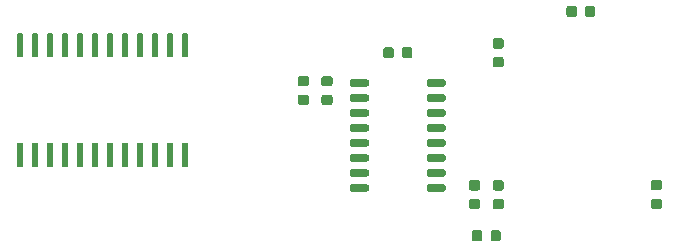
<source format=gbr>
G04 #@! TF.GenerationSoftware,KiCad,Pcbnew,(5.1.5)-3*
G04 #@! TF.CreationDate,2021-10-03T17:07:44+03:00*
G04 #@! TF.ProjectId,OPL3,4f504c33-2e6b-4696-9361-645f70636258,rev?*
G04 #@! TF.SameCoordinates,Original*
G04 #@! TF.FileFunction,Paste,Top*
G04 #@! TF.FilePolarity,Positive*
%FSLAX46Y46*%
G04 Gerber Fmt 4.6, Leading zero omitted, Abs format (unit mm)*
G04 Created by KiCad (PCBNEW (5.1.5)-3) date 2021-10-03 17:07:44*
%MOMM*%
%LPD*%
G04 APERTURE LIST*
%ADD10C,0.100000*%
G04 APERTURE END LIST*
D10*
G36*
X127135977Y-93650662D02*
G01*
X127149325Y-93652642D01*
X127162414Y-93655921D01*
X127175119Y-93660467D01*
X127187317Y-93666236D01*
X127198891Y-93673173D01*
X127209729Y-93681211D01*
X127219727Y-93690273D01*
X127228789Y-93700271D01*
X127236827Y-93711109D01*
X127243764Y-93722683D01*
X127249533Y-93734881D01*
X127254079Y-93747586D01*
X127257358Y-93760675D01*
X127259338Y-93774023D01*
X127260000Y-93787500D01*
X127260000Y-95512500D01*
X127259338Y-95525977D01*
X127257358Y-95539325D01*
X127254079Y-95552414D01*
X127249533Y-95565119D01*
X127243764Y-95577317D01*
X127236827Y-95588891D01*
X127228789Y-95599729D01*
X127219727Y-95609727D01*
X127209729Y-95618789D01*
X127198891Y-95626827D01*
X127187317Y-95633764D01*
X127175119Y-95639533D01*
X127162414Y-95644079D01*
X127149325Y-95647358D01*
X127135977Y-95649338D01*
X127122500Y-95650000D01*
X126847500Y-95650000D01*
X126834023Y-95649338D01*
X126820675Y-95647358D01*
X126807586Y-95644079D01*
X126794881Y-95639533D01*
X126782683Y-95633764D01*
X126771109Y-95626827D01*
X126760271Y-95618789D01*
X126750273Y-95609727D01*
X126741211Y-95599729D01*
X126733173Y-95588891D01*
X126726236Y-95577317D01*
X126720467Y-95565119D01*
X126715921Y-95552414D01*
X126712642Y-95539325D01*
X126710662Y-95525977D01*
X126710000Y-95512500D01*
X126710000Y-93787500D01*
X126710662Y-93774023D01*
X126712642Y-93760675D01*
X126715921Y-93747586D01*
X126720467Y-93734881D01*
X126726236Y-93722683D01*
X126733173Y-93711109D01*
X126741211Y-93700271D01*
X126750273Y-93690273D01*
X126760271Y-93681211D01*
X126771109Y-93673173D01*
X126782683Y-93666236D01*
X126794881Y-93660467D01*
X126807586Y-93655921D01*
X126820675Y-93652642D01*
X126834023Y-93650662D01*
X126847500Y-93650000D01*
X127122500Y-93650000D01*
X127135977Y-93650662D01*
G37*
G36*
X125865977Y-93650662D02*
G01*
X125879325Y-93652642D01*
X125892414Y-93655921D01*
X125905119Y-93660467D01*
X125917317Y-93666236D01*
X125928891Y-93673173D01*
X125939729Y-93681211D01*
X125949727Y-93690273D01*
X125958789Y-93700271D01*
X125966827Y-93711109D01*
X125973764Y-93722683D01*
X125979533Y-93734881D01*
X125984079Y-93747586D01*
X125987358Y-93760675D01*
X125989338Y-93774023D01*
X125990000Y-93787500D01*
X125990000Y-95512500D01*
X125989338Y-95525977D01*
X125987358Y-95539325D01*
X125984079Y-95552414D01*
X125979533Y-95565119D01*
X125973764Y-95577317D01*
X125966827Y-95588891D01*
X125958789Y-95599729D01*
X125949727Y-95609727D01*
X125939729Y-95618789D01*
X125928891Y-95626827D01*
X125917317Y-95633764D01*
X125905119Y-95639533D01*
X125892414Y-95644079D01*
X125879325Y-95647358D01*
X125865977Y-95649338D01*
X125852500Y-95650000D01*
X125577500Y-95650000D01*
X125564023Y-95649338D01*
X125550675Y-95647358D01*
X125537586Y-95644079D01*
X125524881Y-95639533D01*
X125512683Y-95633764D01*
X125501109Y-95626827D01*
X125490271Y-95618789D01*
X125480273Y-95609727D01*
X125471211Y-95599729D01*
X125463173Y-95588891D01*
X125456236Y-95577317D01*
X125450467Y-95565119D01*
X125445921Y-95552414D01*
X125442642Y-95539325D01*
X125440662Y-95525977D01*
X125440000Y-95512500D01*
X125440000Y-93787500D01*
X125440662Y-93774023D01*
X125442642Y-93760675D01*
X125445921Y-93747586D01*
X125450467Y-93734881D01*
X125456236Y-93722683D01*
X125463173Y-93711109D01*
X125471211Y-93700271D01*
X125480273Y-93690273D01*
X125490271Y-93681211D01*
X125501109Y-93673173D01*
X125512683Y-93666236D01*
X125524881Y-93660467D01*
X125537586Y-93655921D01*
X125550675Y-93652642D01*
X125564023Y-93650662D01*
X125577500Y-93650000D01*
X125852500Y-93650000D01*
X125865977Y-93650662D01*
G37*
G36*
X124595977Y-93650662D02*
G01*
X124609325Y-93652642D01*
X124622414Y-93655921D01*
X124635119Y-93660467D01*
X124647317Y-93666236D01*
X124658891Y-93673173D01*
X124669729Y-93681211D01*
X124679727Y-93690273D01*
X124688789Y-93700271D01*
X124696827Y-93711109D01*
X124703764Y-93722683D01*
X124709533Y-93734881D01*
X124714079Y-93747586D01*
X124717358Y-93760675D01*
X124719338Y-93774023D01*
X124720000Y-93787500D01*
X124720000Y-95512500D01*
X124719338Y-95525977D01*
X124717358Y-95539325D01*
X124714079Y-95552414D01*
X124709533Y-95565119D01*
X124703764Y-95577317D01*
X124696827Y-95588891D01*
X124688789Y-95599729D01*
X124679727Y-95609727D01*
X124669729Y-95618789D01*
X124658891Y-95626827D01*
X124647317Y-95633764D01*
X124635119Y-95639533D01*
X124622414Y-95644079D01*
X124609325Y-95647358D01*
X124595977Y-95649338D01*
X124582500Y-95650000D01*
X124307500Y-95650000D01*
X124294023Y-95649338D01*
X124280675Y-95647358D01*
X124267586Y-95644079D01*
X124254881Y-95639533D01*
X124242683Y-95633764D01*
X124231109Y-95626827D01*
X124220271Y-95618789D01*
X124210273Y-95609727D01*
X124201211Y-95599729D01*
X124193173Y-95588891D01*
X124186236Y-95577317D01*
X124180467Y-95565119D01*
X124175921Y-95552414D01*
X124172642Y-95539325D01*
X124170662Y-95525977D01*
X124170000Y-95512500D01*
X124170000Y-93787500D01*
X124170662Y-93774023D01*
X124172642Y-93760675D01*
X124175921Y-93747586D01*
X124180467Y-93734881D01*
X124186236Y-93722683D01*
X124193173Y-93711109D01*
X124201211Y-93700271D01*
X124210273Y-93690273D01*
X124220271Y-93681211D01*
X124231109Y-93673173D01*
X124242683Y-93666236D01*
X124254881Y-93660467D01*
X124267586Y-93655921D01*
X124280675Y-93652642D01*
X124294023Y-93650662D01*
X124307500Y-93650000D01*
X124582500Y-93650000D01*
X124595977Y-93650662D01*
G37*
G36*
X123325977Y-93650662D02*
G01*
X123339325Y-93652642D01*
X123352414Y-93655921D01*
X123365119Y-93660467D01*
X123377317Y-93666236D01*
X123388891Y-93673173D01*
X123399729Y-93681211D01*
X123409727Y-93690273D01*
X123418789Y-93700271D01*
X123426827Y-93711109D01*
X123433764Y-93722683D01*
X123439533Y-93734881D01*
X123444079Y-93747586D01*
X123447358Y-93760675D01*
X123449338Y-93774023D01*
X123450000Y-93787500D01*
X123450000Y-95512500D01*
X123449338Y-95525977D01*
X123447358Y-95539325D01*
X123444079Y-95552414D01*
X123439533Y-95565119D01*
X123433764Y-95577317D01*
X123426827Y-95588891D01*
X123418789Y-95599729D01*
X123409727Y-95609727D01*
X123399729Y-95618789D01*
X123388891Y-95626827D01*
X123377317Y-95633764D01*
X123365119Y-95639533D01*
X123352414Y-95644079D01*
X123339325Y-95647358D01*
X123325977Y-95649338D01*
X123312500Y-95650000D01*
X123037500Y-95650000D01*
X123024023Y-95649338D01*
X123010675Y-95647358D01*
X122997586Y-95644079D01*
X122984881Y-95639533D01*
X122972683Y-95633764D01*
X122961109Y-95626827D01*
X122950271Y-95618789D01*
X122940273Y-95609727D01*
X122931211Y-95599729D01*
X122923173Y-95588891D01*
X122916236Y-95577317D01*
X122910467Y-95565119D01*
X122905921Y-95552414D01*
X122902642Y-95539325D01*
X122900662Y-95525977D01*
X122900000Y-95512500D01*
X122900000Y-93787500D01*
X122900662Y-93774023D01*
X122902642Y-93760675D01*
X122905921Y-93747586D01*
X122910467Y-93734881D01*
X122916236Y-93722683D01*
X122923173Y-93711109D01*
X122931211Y-93700271D01*
X122940273Y-93690273D01*
X122950271Y-93681211D01*
X122961109Y-93673173D01*
X122972683Y-93666236D01*
X122984881Y-93660467D01*
X122997586Y-93655921D01*
X123010675Y-93652642D01*
X123024023Y-93650662D01*
X123037500Y-93650000D01*
X123312500Y-93650000D01*
X123325977Y-93650662D01*
G37*
G36*
X122055977Y-93650662D02*
G01*
X122069325Y-93652642D01*
X122082414Y-93655921D01*
X122095119Y-93660467D01*
X122107317Y-93666236D01*
X122118891Y-93673173D01*
X122129729Y-93681211D01*
X122139727Y-93690273D01*
X122148789Y-93700271D01*
X122156827Y-93711109D01*
X122163764Y-93722683D01*
X122169533Y-93734881D01*
X122174079Y-93747586D01*
X122177358Y-93760675D01*
X122179338Y-93774023D01*
X122180000Y-93787500D01*
X122180000Y-95512500D01*
X122179338Y-95525977D01*
X122177358Y-95539325D01*
X122174079Y-95552414D01*
X122169533Y-95565119D01*
X122163764Y-95577317D01*
X122156827Y-95588891D01*
X122148789Y-95599729D01*
X122139727Y-95609727D01*
X122129729Y-95618789D01*
X122118891Y-95626827D01*
X122107317Y-95633764D01*
X122095119Y-95639533D01*
X122082414Y-95644079D01*
X122069325Y-95647358D01*
X122055977Y-95649338D01*
X122042500Y-95650000D01*
X121767500Y-95650000D01*
X121754023Y-95649338D01*
X121740675Y-95647358D01*
X121727586Y-95644079D01*
X121714881Y-95639533D01*
X121702683Y-95633764D01*
X121691109Y-95626827D01*
X121680271Y-95618789D01*
X121670273Y-95609727D01*
X121661211Y-95599729D01*
X121653173Y-95588891D01*
X121646236Y-95577317D01*
X121640467Y-95565119D01*
X121635921Y-95552414D01*
X121632642Y-95539325D01*
X121630662Y-95525977D01*
X121630000Y-95512500D01*
X121630000Y-93787500D01*
X121630662Y-93774023D01*
X121632642Y-93760675D01*
X121635921Y-93747586D01*
X121640467Y-93734881D01*
X121646236Y-93722683D01*
X121653173Y-93711109D01*
X121661211Y-93700271D01*
X121670273Y-93690273D01*
X121680271Y-93681211D01*
X121691109Y-93673173D01*
X121702683Y-93666236D01*
X121714881Y-93660467D01*
X121727586Y-93655921D01*
X121740675Y-93652642D01*
X121754023Y-93650662D01*
X121767500Y-93650000D01*
X122042500Y-93650000D01*
X122055977Y-93650662D01*
G37*
G36*
X120785977Y-93650662D02*
G01*
X120799325Y-93652642D01*
X120812414Y-93655921D01*
X120825119Y-93660467D01*
X120837317Y-93666236D01*
X120848891Y-93673173D01*
X120859729Y-93681211D01*
X120869727Y-93690273D01*
X120878789Y-93700271D01*
X120886827Y-93711109D01*
X120893764Y-93722683D01*
X120899533Y-93734881D01*
X120904079Y-93747586D01*
X120907358Y-93760675D01*
X120909338Y-93774023D01*
X120910000Y-93787500D01*
X120910000Y-95512500D01*
X120909338Y-95525977D01*
X120907358Y-95539325D01*
X120904079Y-95552414D01*
X120899533Y-95565119D01*
X120893764Y-95577317D01*
X120886827Y-95588891D01*
X120878789Y-95599729D01*
X120869727Y-95609727D01*
X120859729Y-95618789D01*
X120848891Y-95626827D01*
X120837317Y-95633764D01*
X120825119Y-95639533D01*
X120812414Y-95644079D01*
X120799325Y-95647358D01*
X120785977Y-95649338D01*
X120772500Y-95650000D01*
X120497500Y-95650000D01*
X120484023Y-95649338D01*
X120470675Y-95647358D01*
X120457586Y-95644079D01*
X120444881Y-95639533D01*
X120432683Y-95633764D01*
X120421109Y-95626827D01*
X120410271Y-95618789D01*
X120400273Y-95609727D01*
X120391211Y-95599729D01*
X120383173Y-95588891D01*
X120376236Y-95577317D01*
X120370467Y-95565119D01*
X120365921Y-95552414D01*
X120362642Y-95539325D01*
X120360662Y-95525977D01*
X120360000Y-95512500D01*
X120360000Y-93787500D01*
X120360662Y-93774023D01*
X120362642Y-93760675D01*
X120365921Y-93747586D01*
X120370467Y-93734881D01*
X120376236Y-93722683D01*
X120383173Y-93711109D01*
X120391211Y-93700271D01*
X120400273Y-93690273D01*
X120410271Y-93681211D01*
X120421109Y-93673173D01*
X120432683Y-93666236D01*
X120444881Y-93660467D01*
X120457586Y-93655921D01*
X120470675Y-93652642D01*
X120484023Y-93650662D01*
X120497500Y-93650000D01*
X120772500Y-93650000D01*
X120785977Y-93650662D01*
G37*
G36*
X119515977Y-93650662D02*
G01*
X119529325Y-93652642D01*
X119542414Y-93655921D01*
X119555119Y-93660467D01*
X119567317Y-93666236D01*
X119578891Y-93673173D01*
X119589729Y-93681211D01*
X119599727Y-93690273D01*
X119608789Y-93700271D01*
X119616827Y-93711109D01*
X119623764Y-93722683D01*
X119629533Y-93734881D01*
X119634079Y-93747586D01*
X119637358Y-93760675D01*
X119639338Y-93774023D01*
X119640000Y-93787500D01*
X119640000Y-95512500D01*
X119639338Y-95525977D01*
X119637358Y-95539325D01*
X119634079Y-95552414D01*
X119629533Y-95565119D01*
X119623764Y-95577317D01*
X119616827Y-95588891D01*
X119608789Y-95599729D01*
X119599727Y-95609727D01*
X119589729Y-95618789D01*
X119578891Y-95626827D01*
X119567317Y-95633764D01*
X119555119Y-95639533D01*
X119542414Y-95644079D01*
X119529325Y-95647358D01*
X119515977Y-95649338D01*
X119502500Y-95650000D01*
X119227500Y-95650000D01*
X119214023Y-95649338D01*
X119200675Y-95647358D01*
X119187586Y-95644079D01*
X119174881Y-95639533D01*
X119162683Y-95633764D01*
X119151109Y-95626827D01*
X119140271Y-95618789D01*
X119130273Y-95609727D01*
X119121211Y-95599729D01*
X119113173Y-95588891D01*
X119106236Y-95577317D01*
X119100467Y-95565119D01*
X119095921Y-95552414D01*
X119092642Y-95539325D01*
X119090662Y-95525977D01*
X119090000Y-95512500D01*
X119090000Y-93787500D01*
X119090662Y-93774023D01*
X119092642Y-93760675D01*
X119095921Y-93747586D01*
X119100467Y-93734881D01*
X119106236Y-93722683D01*
X119113173Y-93711109D01*
X119121211Y-93700271D01*
X119130273Y-93690273D01*
X119140271Y-93681211D01*
X119151109Y-93673173D01*
X119162683Y-93666236D01*
X119174881Y-93660467D01*
X119187586Y-93655921D01*
X119200675Y-93652642D01*
X119214023Y-93650662D01*
X119227500Y-93650000D01*
X119502500Y-93650000D01*
X119515977Y-93650662D01*
G37*
G36*
X118245977Y-93650662D02*
G01*
X118259325Y-93652642D01*
X118272414Y-93655921D01*
X118285119Y-93660467D01*
X118297317Y-93666236D01*
X118308891Y-93673173D01*
X118319729Y-93681211D01*
X118329727Y-93690273D01*
X118338789Y-93700271D01*
X118346827Y-93711109D01*
X118353764Y-93722683D01*
X118359533Y-93734881D01*
X118364079Y-93747586D01*
X118367358Y-93760675D01*
X118369338Y-93774023D01*
X118370000Y-93787500D01*
X118370000Y-95512500D01*
X118369338Y-95525977D01*
X118367358Y-95539325D01*
X118364079Y-95552414D01*
X118359533Y-95565119D01*
X118353764Y-95577317D01*
X118346827Y-95588891D01*
X118338789Y-95599729D01*
X118329727Y-95609727D01*
X118319729Y-95618789D01*
X118308891Y-95626827D01*
X118297317Y-95633764D01*
X118285119Y-95639533D01*
X118272414Y-95644079D01*
X118259325Y-95647358D01*
X118245977Y-95649338D01*
X118232500Y-95650000D01*
X117957500Y-95650000D01*
X117944023Y-95649338D01*
X117930675Y-95647358D01*
X117917586Y-95644079D01*
X117904881Y-95639533D01*
X117892683Y-95633764D01*
X117881109Y-95626827D01*
X117870271Y-95618789D01*
X117860273Y-95609727D01*
X117851211Y-95599729D01*
X117843173Y-95588891D01*
X117836236Y-95577317D01*
X117830467Y-95565119D01*
X117825921Y-95552414D01*
X117822642Y-95539325D01*
X117820662Y-95525977D01*
X117820000Y-95512500D01*
X117820000Y-93787500D01*
X117820662Y-93774023D01*
X117822642Y-93760675D01*
X117825921Y-93747586D01*
X117830467Y-93734881D01*
X117836236Y-93722683D01*
X117843173Y-93711109D01*
X117851211Y-93700271D01*
X117860273Y-93690273D01*
X117870271Y-93681211D01*
X117881109Y-93673173D01*
X117892683Y-93666236D01*
X117904881Y-93660467D01*
X117917586Y-93655921D01*
X117930675Y-93652642D01*
X117944023Y-93650662D01*
X117957500Y-93650000D01*
X118232500Y-93650000D01*
X118245977Y-93650662D01*
G37*
G36*
X116975977Y-93650662D02*
G01*
X116989325Y-93652642D01*
X117002414Y-93655921D01*
X117015119Y-93660467D01*
X117027317Y-93666236D01*
X117038891Y-93673173D01*
X117049729Y-93681211D01*
X117059727Y-93690273D01*
X117068789Y-93700271D01*
X117076827Y-93711109D01*
X117083764Y-93722683D01*
X117089533Y-93734881D01*
X117094079Y-93747586D01*
X117097358Y-93760675D01*
X117099338Y-93774023D01*
X117100000Y-93787500D01*
X117100000Y-95512500D01*
X117099338Y-95525977D01*
X117097358Y-95539325D01*
X117094079Y-95552414D01*
X117089533Y-95565119D01*
X117083764Y-95577317D01*
X117076827Y-95588891D01*
X117068789Y-95599729D01*
X117059727Y-95609727D01*
X117049729Y-95618789D01*
X117038891Y-95626827D01*
X117027317Y-95633764D01*
X117015119Y-95639533D01*
X117002414Y-95644079D01*
X116989325Y-95647358D01*
X116975977Y-95649338D01*
X116962500Y-95650000D01*
X116687500Y-95650000D01*
X116674023Y-95649338D01*
X116660675Y-95647358D01*
X116647586Y-95644079D01*
X116634881Y-95639533D01*
X116622683Y-95633764D01*
X116611109Y-95626827D01*
X116600271Y-95618789D01*
X116590273Y-95609727D01*
X116581211Y-95599729D01*
X116573173Y-95588891D01*
X116566236Y-95577317D01*
X116560467Y-95565119D01*
X116555921Y-95552414D01*
X116552642Y-95539325D01*
X116550662Y-95525977D01*
X116550000Y-95512500D01*
X116550000Y-93787500D01*
X116550662Y-93774023D01*
X116552642Y-93760675D01*
X116555921Y-93747586D01*
X116560467Y-93734881D01*
X116566236Y-93722683D01*
X116573173Y-93711109D01*
X116581211Y-93700271D01*
X116590273Y-93690273D01*
X116600271Y-93681211D01*
X116611109Y-93673173D01*
X116622683Y-93666236D01*
X116634881Y-93660467D01*
X116647586Y-93655921D01*
X116660675Y-93652642D01*
X116674023Y-93650662D01*
X116687500Y-93650000D01*
X116962500Y-93650000D01*
X116975977Y-93650662D01*
G37*
G36*
X115705977Y-93650662D02*
G01*
X115719325Y-93652642D01*
X115732414Y-93655921D01*
X115745119Y-93660467D01*
X115757317Y-93666236D01*
X115768891Y-93673173D01*
X115779729Y-93681211D01*
X115789727Y-93690273D01*
X115798789Y-93700271D01*
X115806827Y-93711109D01*
X115813764Y-93722683D01*
X115819533Y-93734881D01*
X115824079Y-93747586D01*
X115827358Y-93760675D01*
X115829338Y-93774023D01*
X115830000Y-93787500D01*
X115830000Y-95512500D01*
X115829338Y-95525977D01*
X115827358Y-95539325D01*
X115824079Y-95552414D01*
X115819533Y-95565119D01*
X115813764Y-95577317D01*
X115806827Y-95588891D01*
X115798789Y-95599729D01*
X115789727Y-95609727D01*
X115779729Y-95618789D01*
X115768891Y-95626827D01*
X115757317Y-95633764D01*
X115745119Y-95639533D01*
X115732414Y-95644079D01*
X115719325Y-95647358D01*
X115705977Y-95649338D01*
X115692500Y-95650000D01*
X115417500Y-95650000D01*
X115404023Y-95649338D01*
X115390675Y-95647358D01*
X115377586Y-95644079D01*
X115364881Y-95639533D01*
X115352683Y-95633764D01*
X115341109Y-95626827D01*
X115330271Y-95618789D01*
X115320273Y-95609727D01*
X115311211Y-95599729D01*
X115303173Y-95588891D01*
X115296236Y-95577317D01*
X115290467Y-95565119D01*
X115285921Y-95552414D01*
X115282642Y-95539325D01*
X115280662Y-95525977D01*
X115280000Y-95512500D01*
X115280000Y-93787500D01*
X115280662Y-93774023D01*
X115282642Y-93760675D01*
X115285921Y-93747586D01*
X115290467Y-93734881D01*
X115296236Y-93722683D01*
X115303173Y-93711109D01*
X115311211Y-93700271D01*
X115320273Y-93690273D01*
X115330271Y-93681211D01*
X115341109Y-93673173D01*
X115352683Y-93666236D01*
X115364881Y-93660467D01*
X115377586Y-93655921D01*
X115390675Y-93652642D01*
X115404023Y-93650662D01*
X115417500Y-93650000D01*
X115692500Y-93650000D01*
X115705977Y-93650662D01*
G37*
G36*
X114435977Y-93650662D02*
G01*
X114449325Y-93652642D01*
X114462414Y-93655921D01*
X114475119Y-93660467D01*
X114487317Y-93666236D01*
X114498891Y-93673173D01*
X114509729Y-93681211D01*
X114519727Y-93690273D01*
X114528789Y-93700271D01*
X114536827Y-93711109D01*
X114543764Y-93722683D01*
X114549533Y-93734881D01*
X114554079Y-93747586D01*
X114557358Y-93760675D01*
X114559338Y-93774023D01*
X114560000Y-93787500D01*
X114560000Y-95512500D01*
X114559338Y-95525977D01*
X114557358Y-95539325D01*
X114554079Y-95552414D01*
X114549533Y-95565119D01*
X114543764Y-95577317D01*
X114536827Y-95588891D01*
X114528789Y-95599729D01*
X114519727Y-95609727D01*
X114509729Y-95618789D01*
X114498891Y-95626827D01*
X114487317Y-95633764D01*
X114475119Y-95639533D01*
X114462414Y-95644079D01*
X114449325Y-95647358D01*
X114435977Y-95649338D01*
X114422500Y-95650000D01*
X114147500Y-95650000D01*
X114134023Y-95649338D01*
X114120675Y-95647358D01*
X114107586Y-95644079D01*
X114094881Y-95639533D01*
X114082683Y-95633764D01*
X114071109Y-95626827D01*
X114060271Y-95618789D01*
X114050273Y-95609727D01*
X114041211Y-95599729D01*
X114033173Y-95588891D01*
X114026236Y-95577317D01*
X114020467Y-95565119D01*
X114015921Y-95552414D01*
X114012642Y-95539325D01*
X114010662Y-95525977D01*
X114010000Y-95512500D01*
X114010000Y-93787500D01*
X114010662Y-93774023D01*
X114012642Y-93760675D01*
X114015921Y-93747586D01*
X114020467Y-93734881D01*
X114026236Y-93722683D01*
X114033173Y-93711109D01*
X114041211Y-93700271D01*
X114050273Y-93690273D01*
X114060271Y-93681211D01*
X114071109Y-93673173D01*
X114082683Y-93666236D01*
X114094881Y-93660467D01*
X114107586Y-93655921D01*
X114120675Y-93652642D01*
X114134023Y-93650662D01*
X114147500Y-93650000D01*
X114422500Y-93650000D01*
X114435977Y-93650662D01*
G37*
G36*
X113165977Y-93650662D02*
G01*
X113179325Y-93652642D01*
X113192414Y-93655921D01*
X113205119Y-93660467D01*
X113217317Y-93666236D01*
X113228891Y-93673173D01*
X113239729Y-93681211D01*
X113249727Y-93690273D01*
X113258789Y-93700271D01*
X113266827Y-93711109D01*
X113273764Y-93722683D01*
X113279533Y-93734881D01*
X113284079Y-93747586D01*
X113287358Y-93760675D01*
X113289338Y-93774023D01*
X113290000Y-93787500D01*
X113290000Y-95512500D01*
X113289338Y-95525977D01*
X113287358Y-95539325D01*
X113284079Y-95552414D01*
X113279533Y-95565119D01*
X113273764Y-95577317D01*
X113266827Y-95588891D01*
X113258789Y-95599729D01*
X113249727Y-95609727D01*
X113239729Y-95618789D01*
X113228891Y-95626827D01*
X113217317Y-95633764D01*
X113205119Y-95639533D01*
X113192414Y-95644079D01*
X113179325Y-95647358D01*
X113165977Y-95649338D01*
X113152500Y-95650000D01*
X112877500Y-95650000D01*
X112864023Y-95649338D01*
X112850675Y-95647358D01*
X112837586Y-95644079D01*
X112824881Y-95639533D01*
X112812683Y-95633764D01*
X112801109Y-95626827D01*
X112790271Y-95618789D01*
X112780273Y-95609727D01*
X112771211Y-95599729D01*
X112763173Y-95588891D01*
X112756236Y-95577317D01*
X112750467Y-95565119D01*
X112745921Y-95552414D01*
X112742642Y-95539325D01*
X112740662Y-95525977D01*
X112740000Y-95512500D01*
X112740000Y-93787500D01*
X112740662Y-93774023D01*
X112742642Y-93760675D01*
X112745921Y-93747586D01*
X112750467Y-93734881D01*
X112756236Y-93722683D01*
X112763173Y-93711109D01*
X112771211Y-93700271D01*
X112780273Y-93690273D01*
X112790271Y-93681211D01*
X112801109Y-93673173D01*
X112812683Y-93666236D01*
X112824881Y-93660467D01*
X112837586Y-93655921D01*
X112850675Y-93652642D01*
X112864023Y-93650662D01*
X112877500Y-93650000D01*
X113152500Y-93650000D01*
X113165977Y-93650662D01*
G37*
G36*
X113165977Y-84350662D02*
G01*
X113179325Y-84352642D01*
X113192414Y-84355921D01*
X113205119Y-84360467D01*
X113217317Y-84366236D01*
X113228891Y-84373173D01*
X113239729Y-84381211D01*
X113249727Y-84390273D01*
X113258789Y-84400271D01*
X113266827Y-84411109D01*
X113273764Y-84422683D01*
X113279533Y-84434881D01*
X113284079Y-84447586D01*
X113287358Y-84460675D01*
X113289338Y-84474023D01*
X113290000Y-84487500D01*
X113290000Y-86212500D01*
X113289338Y-86225977D01*
X113287358Y-86239325D01*
X113284079Y-86252414D01*
X113279533Y-86265119D01*
X113273764Y-86277317D01*
X113266827Y-86288891D01*
X113258789Y-86299729D01*
X113249727Y-86309727D01*
X113239729Y-86318789D01*
X113228891Y-86326827D01*
X113217317Y-86333764D01*
X113205119Y-86339533D01*
X113192414Y-86344079D01*
X113179325Y-86347358D01*
X113165977Y-86349338D01*
X113152500Y-86350000D01*
X112877500Y-86350000D01*
X112864023Y-86349338D01*
X112850675Y-86347358D01*
X112837586Y-86344079D01*
X112824881Y-86339533D01*
X112812683Y-86333764D01*
X112801109Y-86326827D01*
X112790271Y-86318789D01*
X112780273Y-86309727D01*
X112771211Y-86299729D01*
X112763173Y-86288891D01*
X112756236Y-86277317D01*
X112750467Y-86265119D01*
X112745921Y-86252414D01*
X112742642Y-86239325D01*
X112740662Y-86225977D01*
X112740000Y-86212500D01*
X112740000Y-84487500D01*
X112740662Y-84474023D01*
X112742642Y-84460675D01*
X112745921Y-84447586D01*
X112750467Y-84434881D01*
X112756236Y-84422683D01*
X112763173Y-84411109D01*
X112771211Y-84400271D01*
X112780273Y-84390273D01*
X112790271Y-84381211D01*
X112801109Y-84373173D01*
X112812683Y-84366236D01*
X112824881Y-84360467D01*
X112837586Y-84355921D01*
X112850675Y-84352642D01*
X112864023Y-84350662D01*
X112877500Y-84350000D01*
X113152500Y-84350000D01*
X113165977Y-84350662D01*
G37*
G36*
X114435977Y-84350662D02*
G01*
X114449325Y-84352642D01*
X114462414Y-84355921D01*
X114475119Y-84360467D01*
X114487317Y-84366236D01*
X114498891Y-84373173D01*
X114509729Y-84381211D01*
X114519727Y-84390273D01*
X114528789Y-84400271D01*
X114536827Y-84411109D01*
X114543764Y-84422683D01*
X114549533Y-84434881D01*
X114554079Y-84447586D01*
X114557358Y-84460675D01*
X114559338Y-84474023D01*
X114560000Y-84487500D01*
X114560000Y-86212500D01*
X114559338Y-86225977D01*
X114557358Y-86239325D01*
X114554079Y-86252414D01*
X114549533Y-86265119D01*
X114543764Y-86277317D01*
X114536827Y-86288891D01*
X114528789Y-86299729D01*
X114519727Y-86309727D01*
X114509729Y-86318789D01*
X114498891Y-86326827D01*
X114487317Y-86333764D01*
X114475119Y-86339533D01*
X114462414Y-86344079D01*
X114449325Y-86347358D01*
X114435977Y-86349338D01*
X114422500Y-86350000D01*
X114147500Y-86350000D01*
X114134023Y-86349338D01*
X114120675Y-86347358D01*
X114107586Y-86344079D01*
X114094881Y-86339533D01*
X114082683Y-86333764D01*
X114071109Y-86326827D01*
X114060271Y-86318789D01*
X114050273Y-86309727D01*
X114041211Y-86299729D01*
X114033173Y-86288891D01*
X114026236Y-86277317D01*
X114020467Y-86265119D01*
X114015921Y-86252414D01*
X114012642Y-86239325D01*
X114010662Y-86225977D01*
X114010000Y-86212500D01*
X114010000Y-84487500D01*
X114010662Y-84474023D01*
X114012642Y-84460675D01*
X114015921Y-84447586D01*
X114020467Y-84434881D01*
X114026236Y-84422683D01*
X114033173Y-84411109D01*
X114041211Y-84400271D01*
X114050273Y-84390273D01*
X114060271Y-84381211D01*
X114071109Y-84373173D01*
X114082683Y-84366236D01*
X114094881Y-84360467D01*
X114107586Y-84355921D01*
X114120675Y-84352642D01*
X114134023Y-84350662D01*
X114147500Y-84350000D01*
X114422500Y-84350000D01*
X114435977Y-84350662D01*
G37*
G36*
X115705977Y-84350662D02*
G01*
X115719325Y-84352642D01*
X115732414Y-84355921D01*
X115745119Y-84360467D01*
X115757317Y-84366236D01*
X115768891Y-84373173D01*
X115779729Y-84381211D01*
X115789727Y-84390273D01*
X115798789Y-84400271D01*
X115806827Y-84411109D01*
X115813764Y-84422683D01*
X115819533Y-84434881D01*
X115824079Y-84447586D01*
X115827358Y-84460675D01*
X115829338Y-84474023D01*
X115830000Y-84487500D01*
X115830000Y-86212500D01*
X115829338Y-86225977D01*
X115827358Y-86239325D01*
X115824079Y-86252414D01*
X115819533Y-86265119D01*
X115813764Y-86277317D01*
X115806827Y-86288891D01*
X115798789Y-86299729D01*
X115789727Y-86309727D01*
X115779729Y-86318789D01*
X115768891Y-86326827D01*
X115757317Y-86333764D01*
X115745119Y-86339533D01*
X115732414Y-86344079D01*
X115719325Y-86347358D01*
X115705977Y-86349338D01*
X115692500Y-86350000D01*
X115417500Y-86350000D01*
X115404023Y-86349338D01*
X115390675Y-86347358D01*
X115377586Y-86344079D01*
X115364881Y-86339533D01*
X115352683Y-86333764D01*
X115341109Y-86326827D01*
X115330271Y-86318789D01*
X115320273Y-86309727D01*
X115311211Y-86299729D01*
X115303173Y-86288891D01*
X115296236Y-86277317D01*
X115290467Y-86265119D01*
X115285921Y-86252414D01*
X115282642Y-86239325D01*
X115280662Y-86225977D01*
X115280000Y-86212500D01*
X115280000Y-84487500D01*
X115280662Y-84474023D01*
X115282642Y-84460675D01*
X115285921Y-84447586D01*
X115290467Y-84434881D01*
X115296236Y-84422683D01*
X115303173Y-84411109D01*
X115311211Y-84400271D01*
X115320273Y-84390273D01*
X115330271Y-84381211D01*
X115341109Y-84373173D01*
X115352683Y-84366236D01*
X115364881Y-84360467D01*
X115377586Y-84355921D01*
X115390675Y-84352642D01*
X115404023Y-84350662D01*
X115417500Y-84350000D01*
X115692500Y-84350000D01*
X115705977Y-84350662D01*
G37*
G36*
X116975977Y-84350662D02*
G01*
X116989325Y-84352642D01*
X117002414Y-84355921D01*
X117015119Y-84360467D01*
X117027317Y-84366236D01*
X117038891Y-84373173D01*
X117049729Y-84381211D01*
X117059727Y-84390273D01*
X117068789Y-84400271D01*
X117076827Y-84411109D01*
X117083764Y-84422683D01*
X117089533Y-84434881D01*
X117094079Y-84447586D01*
X117097358Y-84460675D01*
X117099338Y-84474023D01*
X117100000Y-84487500D01*
X117100000Y-86212500D01*
X117099338Y-86225977D01*
X117097358Y-86239325D01*
X117094079Y-86252414D01*
X117089533Y-86265119D01*
X117083764Y-86277317D01*
X117076827Y-86288891D01*
X117068789Y-86299729D01*
X117059727Y-86309727D01*
X117049729Y-86318789D01*
X117038891Y-86326827D01*
X117027317Y-86333764D01*
X117015119Y-86339533D01*
X117002414Y-86344079D01*
X116989325Y-86347358D01*
X116975977Y-86349338D01*
X116962500Y-86350000D01*
X116687500Y-86350000D01*
X116674023Y-86349338D01*
X116660675Y-86347358D01*
X116647586Y-86344079D01*
X116634881Y-86339533D01*
X116622683Y-86333764D01*
X116611109Y-86326827D01*
X116600271Y-86318789D01*
X116590273Y-86309727D01*
X116581211Y-86299729D01*
X116573173Y-86288891D01*
X116566236Y-86277317D01*
X116560467Y-86265119D01*
X116555921Y-86252414D01*
X116552642Y-86239325D01*
X116550662Y-86225977D01*
X116550000Y-86212500D01*
X116550000Y-84487500D01*
X116550662Y-84474023D01*
X116552642Y-84460675D01*
X116555921Y-84447586D01*
X116560467Y-84434881D01*
X116566236Y-84422683D01*
X116573173Y-84411109D01*
X116581211Y-84400271D01*
X116590273Y-84390273D01*
X116600271Y-84381211D01*
X116611109Y-84373173D01*
X116622683Y-84366236D01*
X116634881Y-84360467D01*
X116647586Y-84355921D01*
X116660675Y-84352642D01*
X116674023Y-84350662D01*
X116687500Y-84350000D01*
X116962500Y-84350000D01*
X116975977Y-84350662D01*
G37*
G36*
X118245977Y-84350662D02*
G01*
X118259325Y-84352642D01*
X118272414Y-84355921D01*
X118285119Y-84360467D01*
X118297317Y-84366236D01*
X118308891Y-84373173D01*
X118319729Y-84381211D01*
X118329727Y-84390273D01*
X118338789Y-84400271D01*
X118346827Y-84411109D01*
X118353764Y-84422683D01*
X118359533Y-84434881D01*
X118364079Y-84447586D01*
X118367358Y-84460675D01*
X118369338Y-84474023D01*
X118370000Y-84487500D01*
X118370000Y-86212500D01*
X118369338Y-86225977D01*
X118367358Y-86239325D01*
X118364079Y-86252414D01*
X118359533Y-86265119D01*
X118353764Y-86277317D01*
X118346827Y-86288891D01*
X118338789Y-86299729D01*
X118329727Y-86309727D01*
X118319729Y-86318789D01*
X118308891Y-86326827D01*
X118297317Y-86333764D01*
X118285119Y-86339533D01*
X118272414Y-86344079D01*
X118259325Y-86347358D01*
X118245977Y-86349338D01*
X118232500Y-86350000D01*
X117957500Y-86350000D01*
X117944023Y-86349338D01*
X117930675Y-86347358D01*
X117917586Y-86344079D01*
X117904881Y-86339533D01*
X117892683Y-86333764D01*
X117881109Y-86326827D01*
X117870271Y-86318789D01*
X117860273Y-86309727D01*
X117851211Y-86299729D01*
X117843173Y-86288891D01*
X117836236Y-86277317D01*
X117830467Y-86265119D01*
X117825921Y-86252414D01*
X117822642Y-86239325D01*
X117820662Y-86225977D01*
X117820000Y-86212500D01*
X117820000Y-84487500D01*
X117820662Y-84474023D01*
X117822642Y-84460675D01*
X117825921Y-84447586D01*
X117830467Y-84434881D01*
X117836236Y-84422683D01*
X117843173Y-84411109D01*
X117851211Y-84400271D01*
X117860273Y-84390273D01*
X117870271Y-84381211D01*
X117881109Y-84373173D01*
X117892683Y-84366236D01*
X117904881Y-84360467D01*
X117917586Y-84355921D01*
X117930675Y-84352642D01*
X117944023Y-84350662D01*
X117957500Y-84350000D01*
X118232500Y-84350000D01*
X118245977Y-84350662D01*
G37*
G36*
X119515977Y-84350662D02*
G01*
X119529325Y-84352642D01*
X119542414Y-84355921D01*
X119555119Y-84360467D01*
X119567317Y-84366236D01*
X119578891Y-84373173D01*
X119589729Y-84381211D01*
X119599727Y-84390273D01*
X119608789Y-84400271D01*
X119616827Y-84411109D01*
X119623764Y-84422683D01*
X119629533Y-84434881D01*
X119634079Y-84447586D01*
X119637358Y-84460675D01*
X119639338Y-84474023D01*
X119640000Y-84487500D01*
X119640000Y-86212500D01*
X119639338Y-86225977D01*
X119637358Y-86239325D01*
X119634079Y-86252414D01*
X119629533Y-86265119D01*
X119623764Y-86277317D01*
X119616827Y-86288891D01*
X119608789Y-86299729D01*
X119599727Y-86309727D01*
X119589729Y-86318789D01*
X119578891Y-86326827D01*
X119567317Y-86333764D01*
X119555119Y-86339533D01*
X119542414Y-86344079D01*
X119529325Y-86347358D01*
X119515977Y-86349338D01*
X119502500Y-86350000D01*
X119227500Y-86350000D01*
X119214023Y-86349338D01*
X119200675Y-86347358D01*
X119187586Y-86344079D01*
X119174881Y-86339533D01*
X119162683Y-86333764D01*
X119151109Y-86326827D01*
X119140271Y-86318789D01*
X119130273Y-86309727D01*
X119121211Y-86299729D01*
X119113173Y-86288891D01*
X119106236Y-86277317D01*
X119100467Y-86265119D01*
X119095921Y-86252414D01*
X119092642Y-86239325D01*
X119090662Y-86225977D01*
X119090000Y-86212500D01*
X119090000Y-84487500D01*
X119090662Y-84474023D01*
X119092642Y-84460675D01*
X119095921Y-84447586D01*
X119100467Y-84434881D01*
X119106236Y-84422683D01*
X119113173Y-84411109D01*
X119121211Y-84400271D01*
X119130273Y-84390273D01*
X119140271Y-84381211D01*
X119151109Y-84373173D01*
X119162683Y-84366236D01*
X119174881Y-84360467D01*
X119187586Y-84355921D01*
X119200675Y-84352642D01*
X119214023Y-84350662D01*
X119227500Y-84350000D01*
X119502500Y-84350000D01*
X119515977Y-84350662D01*
G37*
G36*
X120785977Y-84350662D02*
G01*
X120799325Y-84352642D01*
X120812414Y-84355921D01*
X120825119Y-84360467D01*
X120837317Y-84366236D01*
X120848891Y-84373173D01*
X120859729Y-84381211D01*
X120869727Y-84390273D01*
X120878789Y-84400271D01*
X120886827Y-84411109D01*
X120893764Y-84422683D01*
X120899533Y-84434881D01*
X120904079Y-84447586D01*
X120907358Y-84460675D01*
X120909338Y-84474023D01*
X120910000Y-84487500D01*
X120910000Y-86212500D01*
X120909338Y-86225977D01*
X120907358Y-86239325D01*
X120904079Y-86252414D01*
X120899533Y-86265119D01*
X120893764Y-86277317D01*
X120886827Y-86288891D01*
X120878789Y-86299729D01*
X120869727Y-86309727D01*
X120859729Y-86318789D01*
X120848891Y-86326827D01*
X120837317Y-86333764D01*
X120825119Y-86339533D01*
X120812414Y-86344079D01*
X120799325Y-86347358D01*
X120785977Y-86349338D01*
X120772500Y-86350000D01*
X120497500Y-86350000D01*
X120484023Y-86349338D01*
X120470675Y-86347358D01*
X120457586Y-86344079D01*
X120444881Y-86339533D01*
X120432683Y-86333764D01*
X120421109Y-86326827D01*
X120410271Y-86318789D01*
X120400273Y-86309727D01*
X120391211Y-86299729D01*
X120383173Y-86288891D01*
X120376236Y-86277317D01*
X120370467Y-86265119D01*
X120365921Y-86252414D01*
X120362642Y-86239325D01*
X120360662Y-86225977D01*
X120360000Y-86212500D01*
X120360000Y-84487500D01*
X120360662Y-84474023D01*
X120362642Y-84460675D01*
X120365921Y-84447586D01*
X120370467Y-84434881D01*
X120376236Y-84422683D01*
X120383173Y-84411109D01*
X120391211Y-84400271D01*
X120400273Y-84390273D01*
X120410271Y-84381211D01*
X120421109Y-84373173D01*
X120432683Y-84366236D01*
X120444881Y-84360467D01*
X120457586Y-84355921D01*
X120470675Y-84352642D01*
X120484023Y-84350662D01*
X120497500Y-84350000D01*
X120772500Y-84350000D01*
X120785977Y-84350662D01*
G37*
G36*
X122055977Y-84350662D02*
G01*
X122069325Y-84352642D01*
X122082414Y-84355921D01*
X122095119Y-84360467D01*
X122107317Y-84366236D01*
X122118891Y-84373173D01*
X122129729Y-84381211D01*
X122139727Y-84390273D01*
X122148789Y-84400271D01*
X122156827Y-84411109D01*
X122163764Y-84422683D01*
X122169533Y-84434881D01*
X122174079Y-84447586D01*
X122177358Y-84460675D01*
X122179338Y-84474023D01*
X122180000Y-84487500D01*
X122180000Y-86212500D01*
X122179338Y-86225977D01*
X122177358Y-86239325D01*
X122174079Y-86252414D01*
X122169533Y-86265119D01*
X122163764Y-86277317D01*
X122156827Y-86288891D01*
X122148789Y-86299729D01*
X122139727Y-86309727D01*
X122129729Y-86318789D01*
X122118891Y-86326827D01*
X122107317Y-86333764D01*
X122095119Y-86339533D01*
X122082414Y-86344079D01*
X122069325Y-86347358D01*
X122055977Y-86349338D01*
X122042500Y-86350000D01*
X121767500Y-86350000D01*
X121754023Y-86349338D01*
X121740675Y-86347358D01*
X121727586Y-86344079D01*
X121714881Y-86339533D01*
X121702683Y-86333764D01*
X121691109Y-86326827D01*
X121680271Y-86318789D01*
X121670273Y-86309727D01*
X121661211Y-86299729D01*
X121653173Y-86288891D01*
X121646236Y-86277317D01*
X121640467Y-86265119D01*
X121635921Y-86252414D01*
X121632642Y-86239325D01*
X121630662Y-86225977D01*
X121630000Y-86212500D01*
X121630000Y-84487500D01*
X121630662Y-84474023D01*
X121632642Y-84460675D01*
X121635921Y-84447586D01*
X121640467Y-84434881D01*
X121646236Y-84422683D01*
X121653173Y-84411109D01*
X121661211Y-84400271D01*
X121670273Y-84390273D01*
X121680271Y-84381211D01*
X121691109Y-84373173D01*
X121702683Y-84366236D01*
X121714881Y-84360467D01*
X121727586Y-84355921D01*
X121740675Y-84352642D01*
X121754023Y-84350662D01*
X121767500Y-84350000D01*
X122042500Y-84350000D01*
X122055977Y-84350662D01*
G37*
G36*
X123325977Y-84350662D02*
G01*
X123339325Y-84352642D01*
X123352414Y-84355921D01*
X123365119Y-84360467D01*
X123377317Y-84366236D01*
X123388891Y-84373173D01*
X123399729Y-84381211D01*
X123409727Y-84390273D01*
X123418789Y-84400271D01*
X123426827Y-84411109D01*
X123433764Y-84422683D01*
X123439533Y-84434881D01*
X123444079Y-84447586D01*
X123447358Y-84460675D01*
X123449338Y-84474023D01*
X123450000Y-84487500D01*
X123450000Y-86212500D01*
X123449338Y-86225977D01*
X123447358Y-86239325D01*
X123444079Y-86252414D01*
X123439533Y-86265119D01*
X123433764Y-86277317D01*
X123426827Y-86288891D01*
X123418789Y-86299729D01*
X123409727Y-86309727D01*
X123399729Y-86318789D01*
X123388891Y-86326827D01*
X123377317Y-86333764D01*
X123365119Y-86339533D01*
X123352414Y-86344079D01*
X123339325Y-86347358D01*
X123325977Y-86349338D01*
X123312500Y-86350000D01*
X123037500Y-86350000D01*
X123024023Y-86349338D01*
X123010675Y-86347358D01*
X122997586Y-86344079D01*
X122984881Y-86339533D01*
X122972683Y-86333764D01*
X122961109Y-86326827D01*
X122950271Y-86318789D01*
X122940273Y-86309727D01*
X122931211Y-86299729D01*
X122923173Y-86288891D01*
X122916236Y-86277317D01*
X122910467Y-86265119D01*
X122905921Y-86252414D01*
X122902642Y-86239325D01*
X122900662Y-86225977D01*
X122900000Y-86212500D01*
X122900000Y-84487500D01*
X122900662Y-84474023D01*
X122902642Y-84460675D01*
X122905921Y-84447586D01*
X122910467Y-84434881D01*
X122916236Y-84422683D01*
X122923173Y-84411109D01*
X122931211Y-84400271D01*
X122940273Y-84390273D01*
X122950271Y-84381211D01*
X122961109Y-84373173D01*
X122972683Y-84366236D01*
X122984881Y-84360467D01*
X122997586Y-84355921D01*
X123010675Y-84352642D01*
X123024023Y-84350662D01*
X123037500Y-84350000D01*
X123312500Y-84350000D01*
X123325977Y-84350662D01*
G37*
G36*
X124595977Y-84350662D02*
G01*
X124609325Y-84352642D01*
X124622414Y-84355921D01*
X124635119Y-84360467D01*
X124647317Y-84366236D01*
X124658891Y-84373173D01*
X124669729Y-84381211D01*
X124679727Y-84390273D01*
X124688789Y-84400271D01*
X124696827Y-84411109D01*
X124703764Y-84422683D01*
X124709533Y-84434881D01*
X124714079Y-84447586D01*
X124717358Y-84460675D01*
X124719338Y-84474023D01*
X124720000Y-84487500D01*
X124720000Y-86212500D01*
X124719338Y-86225977D01*
X124717358Y-86239325D01*
X124714079Y-86252414D01*
X124709533Y-86265119D01*
X124703764Y-86277317D01*
X124696827Y-86288891D01*
X124688789Y-86299729D01*
X124679727Y-86309727D01*
X124669729Y-86318789D01*
X124658891Y-86326827D01*
X124647317Y-86333764D01*
X124635119Y-86339533D01*
X124622414Y-86344079D01*
X124609325Y-86347358D01*
X124595977Y-86349338D01*
X124582500Y-86350000D01*
X124307500Y-86350000D01*
X124294023Y-86349338D01*
X124280675Y-86347358D01*
X124267586Y-86344079D01*
X124254881Y-86339533D01*
X124242683Y-86333764D01*
X124231109Y-86326827D01*
X124220271Y-86318789D01*
X124210273Y-86309727D01*
X124201211Y-86299729D01*
X124193173Y-86288891D01*
X124186236Y-86277317D01*
X124180467Y-86265119D01*
X124175921Y-86252414D01*
X124172642Y-86239325D01*
X124170662Y-86225977D01*
X124170000Y-86212500D01*
X124170000Y-84487500D01*
X124170662Y-84474023D01*
X124172642Y-84460675D01*
X124175921Y-84447586D01*
X124180467Y-84434881D01*
X124186236Y-84422683D01*
X124193173Y-84411109D01*
X124201211Y-84400271D01*
X124210273Y-84390273D01*
X124220271Y-84381211D01*
X124231109Y-84373173D01*
X124242683Y-84366236D01*
X124254881Y-84360467D01*
X124267586Y-84355921D01*
X124280675Y-84352642D01*
X124294023Y-84350662D01*
X124307500Y-84350000D01*
X124582500Y-84350000D01*
X124595977Y-84350662D01*
G37*
G36*
X125865977Y-84350662D02*
G01*
X125879325Y-84352642D01*
X125892414Y-84355921D01*
X125905119Y-84360467D01*
X125917317Y-84366236D01*
X125928891Y-84373173D01*
X125939729Y-84381211D01*
X125949727Y-84390273D01*
X125958789Y-84400271D01*
X125966827Y-84411109D01*
X125973764Y-84422683D01*
X125979533Y-84434881D01*
X125984079Y-84447586D01*
X125987358Y-84460675D01*
X125989338Y-84474023D01*
X125990000Y-84487500D01*
X125990000Y-86212500D01*
X125989338Y-86225977D01*
X125987358Y-86239325D01*
X125984079Y-86252414D01*
X125979533Y-86265119D01*
X125973764Y-86277317D01*
X125966827Y-86288891D01*
X125958789Y-86299729D01*
X125949727Y-86309727D01*
X125939729Y-86318789D01*
X125928891Y-86326827D01*
X125917317Y-86333764D01*
X125905119Y-86339533D01*
X125892414Y-86344079D01*
X125879325Y-86347358D01*
X125865977Y-86349338D01*
X125852500Y-86350000D01*
X125577500Y-86350000D01*
X125564023Y-86349338D01*
X125550675Y-86347358D01*
X125537586Y-86344079D01*
X125524881Y-86339533D01*
X125512683Y-86333764D01*
X125501109Y-86326827D01*
X125490271Y-86318789D01*
X125480273Y-86309727D01*
X125471211Y-86299729D01*
X125463173Y-86288891D01*
X125456236Y-86277317D01*
X125450467Y-86265119D01*
X125445921Y-86252414D01*
X125442642Y-86239325D01*
X125440662Y-86225977D01*
X125440000Y-86212500D01*
X125440000Y-84487500D01*
X125440662Y-84474023D01*
X125442642Y-84460675D01*
X125445921Y-84447586D01*
X125450467Y-84434881D01*
X125456236Y-84422683D01*
X125463173Y-84411109D01*
X125471211Y-84400271D01*
X125480273Y-84390273D01*
X125490271Y-84381211D01*
X125501109Y-84373173D01*
X125512683Y-84366236D01*
X125524881Y-84360467D01*
X125537586Y-84355921D01*
X125550675Y-84352642D01*
X125564023Y-84350662D01*
X125577500Y-84350000D01*
X125852500Y-84350000D01*
X125865977Y-84350662D01*
G37*
G36*
X127135977Y-84350662D02*
G01*
X127149325Y-84352642D01*
X127162414Y-84355921D01*
X127175119Y-84360467D01*
X127187317Y-84366236D01*
X127198891Y-84373173D01*
X127209729Y-84381211D01*
X127219727Y-84390273D01*
X127228789Y-84400271D01*
X127236827Y-84411109D01*
X127243764Y-84422683D01*
X127249533Y-84434881D01*
X127254079Y-84447586D01*
X127257358Y-84460675D01*
X127259338Y-84474023D01*
X127260000Y-84487500D01*
X127260000Y-86212500D01*
X127259338Y-86225977D01*
X127257358Y-86239325D01*
X127254079Y-86252414D01*
X127249533Y-86265119D01*
X127243764Y-86277317D01*
X127236827Y-86288891D01*
X127228789Y-86299729D01*
X127219727Y-86309727D01*
X127209729Y-86318789D01*
X127198891Y-86326827D01*
X127187317Y-86333764D01*
X127175119Y-86339533D01*
X127162414Y-86344079D01*
X127149325Y-86347358D01*
X127135977Y-86349338D01*
X127122500Y-86350000D01*
X126847500Y-86350000D01*
X126834023Y-86349338D01*
X126820675Y-86347358D01*
X126807586Y-86344079D01*
X126794881Y-86339533D01*
X126782683Y-86333764D01*
X126771109Y-86326827D01*
X126760271Y-86318789D01*
X126750273Y-86309727D01*
X126741211Y-86299729D01*
X126733173Y-86288891D01*
X126726236Y-86277317D01*
X126720467Y-86265119D01*
X126715921Y-86252414D01*
X126712642Y-86239325D01*
X126710662Y-86225977D01*
X126710000Y-86212500D01*
X126710000Y-84487500D01*
X126710662Y-84474023D01*
X126712642Y-84460675D01*
X126715921Y-84447586D01*
X126720467Y-84434881D01*
X126726236Y-84422683D01*
X126733173Y-84411109D01*
X126741211Y-84400271D01*
X126750273Y-84390273D01*
X126760271Y-84381211D01*
X126771109Y-84373173D01*
X126782683Y-84366236D01*
X126794881Y-84360467D01*
X126807586Y-84355921D01*
X126820675Y-84352642D01*
X126834023Y-84350662D01*
X126847500Y-84350000D01*
X127122500Y-84350000D01*
X127135977Y-84350662D01*
G37*
G36*
X139277691Y-87976053D02*
G01*
X139298926Y-87979203D01*
X139319750Y-87984419D01*
X139339962Y-87991651D01*
X139359368Y-88000830D01*
X139377781Y-88011866D01*
X139395024Y-88024654D01*
X139410930Y-88039070D01*
X139425346Y-88054976D01*
X139438134Y-88072219D01*
X139449170Y-88090632D01*
X139458349Y-88110038D01*
X139465581Y-88130250D01*
X139470797Y-88151074D01*
X139473947Y-88172309D01*
X139475000Y-88193750D01*
X139475000Y-88631250D01*
X139473947Y-88652691D01*
X139470797Y-88673926D01*
X139465581Y-88694750D01*
X139458349Y-88714962D01*
X139449170Y-88734368D01*
X139438134Y-88752781D01*
X139425346Y-88770024D01*
X139410930Y-88785930D01*
X139395024Y-88800346D01*
X139377781Y-88813134D01*
X139359368Y-88824170D01*
X139339962Y-88833349D01*
X139319750Y-88840581D01*
X139298926Y-88845797D01*
X139277691Y-88848947D01*
X139256250Y-88850000D01*
X138743750Y-88850000D01*
X138722309Y-88848947D01*
X138701074Y-88845797D01*
X138680250Y-88840581D01*
X138660038Y-88833349D01*
X138640632Y-88824170D01*
X138622219Y-88813134D01*
X138604976Y-88800346D01*
X138589070Y-88785930D01*
X138574654Y-88770024D01*
X138561866Y-88752781D01*
X138550830Y-88734368D01*
X138541651Y-88714962D01*
X138534419Y-88694750D01*
X138529203Y-88673926D01*
X138526053Y-88652691D01*
X138525000Y-88631250D01*
X138525000Y-88193750D01*
X138526053Y-88172309D01*
X138529203Y-88151074D01*
X138534419Y-88130250D01*
X138541651Y-88110038D01*
X138550830Y-88090632D01*
X138561866Y-88072219D01*
X138574654Y-88054976D01*
X138589070Y-88039070D01*
X138604976Y-88024654D01*
X138622219Y-88011866D01*
X138640632Y-88000830D01*
X138660038Y-87991651D01*
X138680250Y-87984419D01*
X138701074Y-87979203D01*
X138722309Y-87976053D01*
X138743750Y-87975000D01*
X139256250Y-87975000D01*
X139277691Y-87976053D01*
G37*
G36*
X139277691Y-89551053D02*
G01*
X139298926Y-89554203D01*
X139319750Y-89559419D01*
X139339962Y-89566651D01*
X139359368Y-89575830D01*
X139377781Y-89586866D01*
X139395024Y-89599654D01*
X139410930Y-89614070D01*
X139425346Y-89629976D01*
X139438134Y-89647219D01*
X139449170Y-89665632D01*
X139458349Y-89685038D01*
X139465581Y-89705250D01*
X139470797Y-89726074D01*
X139473947Y-89747309D01*
X139475000Y-89768750D01*
X139475000Y-90206250D01*
X139473947Y-90227691D01*
X139470797Y-90248926D01*
X139465581Y-90269750D01*
X139458349Y-90289962D01*
X139449170Y-90309368D01*
X139438134Y-90327781D01*
X139425346Y-90345024D01*
X139410930Y-90360930D01*
X139395024Y-90375346D01*
X139377781Y-90388134D01*
X139359368Y-90399170D01*
X139339962Y-90408349D01*
X139319750Y-90415581D01*
X139298926Y-90420797D01*
X139277691Y-90423947D01*
X139256250Y-90425000D01*
X138743750Y-90425000D01*
X138722309Y-90423947D01*
X138701074Y-90420797D01*
X138680250Y-90415581D01*
X138660038Y-90408349D01*
X138640632Y-90399170D01*
X138622219Y-90388134D01*
X138604976Y-90375346D01*
X138589070Y-90360930D01*
X138574654Y-90345024D01*
X138561866Y-90327781D01*
X138550830Y-90309368D01*
X138541651Y-90289962D01*
X138534419Y-90269750D01*
X138529203Y-90248926D01*
X138526053Y-90227691D01*
X138525000Y-90206250D01*
X138525000Y-89768750D01*
X138526053Y-89747309D01*
X138529203Y-89726074D01*
X138534419Y-89705250D01*
X138541651Y-89685038D01*
X138550830Y-89665632D01*
X138561866Y-89647219D01*
X138574654Y-89629976D01*
X138589070Y-89614070D01*
X138604976Y-89599654D01*
X138622219Y-89586866D01*
X138640632Y-89575830D01*
X138660038Y-89566651D01*
X138680250Y-89559419D01*
X138701074Y-89554203D01*
X138722309Y-89551053D01*
X138743750Y-89550000D01*
X139256250Y-89550000D01*
X139277691Y-89551053D01*
G37*
G36*
X137277691Y-87976053D02*
G01*
X137298926Y-87979203D01*
X137319750Y-87984419D01*
X137339962Y-87991651D01*
X137359368Y-88000830D01*
X137377781Y-88011866D01*
X137395024Y-88024654D01*
X137410930Y-88039070D01*
X137425346Y-88054976D01*
X137438134Y-88072219D01*
X137449170Y-88090632D01*
X137458349Y-88110038D01*
X137465581Y-88130250D01*
X137470797Y-88151074D01*
X137473947Y-88172309D01*
X137475000Y-88193750D01*
X137475000Y-88631250D01*
X137473947Y-88652691D01*
X137470797Y-88673926D01*
X137465581Y-88694750D01*
X137458349Y-88714962D01*
X137449170Y-88734368D01*
X137438134Y-88752781D01*
X137425346Y-88770024D01*
X137410930Y-88785930D01*
X137395024Y-88800346D01*
X137377781Y-88813134D01*
X137359368Y-88824170D01*
X137339962Y-88833349D01*
X137319750Y-88840581D01*
X137298926Y-88845797D01*
X137277691Y-88848947D01*
X137256250Y-88850000D01*
X136743750Y-88850000D01*
X136722309Y-88848947D01*
X136701074Y-88845797D01*
X136680250Y-88840581D01*
X136660038Y-88833349D01*
X136640632Y-88824170D01*
X136622219Y-88813134D01*
X136604976Y-88800346D01*
X136589070Y-88785930D01*
X136574654Y-88770024D01*
X136561866Y-88752781D01*
X136550830Y-88734368D01*
X136541651Y-88714962D01*
X136534419Y-88694750D01*
X136529203Y-88673926D01*
X136526053Y-88652691D01*
X136525000Y-88631250D01*
X136525000Y-88193750D01*
X136526053Y-88172309D01*
X136529203Y-88151074D01*
X136534419Y-88130250D01*
X136541651Y-88110038D01*
X136550830Y-88090632D01*
X136561866Y-88072219D01*
X136574654Y-88054976D01*
X136589070Y-88039070D01*
X136604976Y-88024654D01*
X136622219Y-88011866D01*
X136640632Y-88000830D01*
X136660038Y-87991651D01*
X136680250Y-87984419D01*
X136701074Y-87979203D01*
X136722309Y-87976053D01*
X136743750Y-87975000D01*
X137256250Y-87975000D01*
X137277691Y-87976053D01*
G37*
G36*
X137277691Y-89551053D02*
G01*
X137298926Y-89554203D01*
X137319750Y-89559419D01*
X137339962Y-89566651D01*
X137359368Y-89575830D01*
X137377781Y-89586866D01*
X137395024Y-89599654D01*
X137410930Y-89614070D01*
X137425346Y-89629976D01*
X137438134Y-89647219D01*
X137449170Y-89665632D01*
X137458349Y-89685038D01*
X137465581Y-89705250D01*
X137470797Y-89726074D01*
X137473947Y-89747309D01*
X137475000Y-89768750D01*
X137475000Y-90206250D01*
X137473947Y-90227691D01*
X137470797Y-90248926D01*
X137465581Y-90269750D01*
X137458349Y-90289962D01*
X137449170Y-90309368D01*
X137438134Y-90327781D01*
X137425346Y-90345024D01*
X137410930Y-90360930D01*
X137395024Y-90375346D01*
X137377781Y-90388134D01*
X137359368Y-90399170D01*
X137339962Y-90408349D01*
X137319750Y-90415581D01*
X137298926Y-90420797D01*
X137277691Y-90423947D01*
X137256250Y-90425000D01*
X136743750Y-90425000D01*
X136722309Y-90423947D01*
X136701074Y-90420797D01*
X136680250Y-90415581D01*
X136660038Y-90408349D01*
X136640632Y-90399170D01*
X136622219Y-90388134D01*
X136604976Y-90375346D01*
X136589070Y-90360930D01*
X136574654Y-90345024D01*
X136561866Y-90327781D01*
X136550830Y-90309368D01*
X136541651Y-90289962D01*
X136534419Y-90269750D01*
X136529203Y-90248926D01*
X136526053Y-90227691D01*
X136525000Y-90206250D01*
X136525000Y-89768750D01*
X136526053Y-89747309D01*
X136529203Y-89726074D01*
X136534419Y-89705250D01*
X136541651Y-89685038D01*
X136550830Y-89665632D01*
X136561866Y-89647219D01*
X136574654Y-89629976D01*
X136589070Y-89614070D01*
X136604976Y-89599654D01*
X136622219Y-89586866D01*
X136640632Y-89575830D01*
X136660038Y-89566651D01*
X136680250Y-89559419D01*
X136701074Y-89554203D01*
X136722309Y-89551053D01*
X136743750Y-89550000D01*
X137256250Y-89550000D01*
X137277691Y-89551053D01*
G37*
G36*
X151777691Y-96786053D02*
G01*
X151798926Y-96789203D01*
X151819750Y-96794419D01*
X151839962Y-96801651D01*
X151859368Y-96810830D01*
X151877781Y-96821866D01*
X151895024Y-96834654D01*
X151910930Y-96849070D01*
X151925346Y-96864976D01*
X151938134Y-96882219D01*
X151949170Y-96900632D01*
X151958349Y-96920038D01*
X151965581Y-96940250D01*
X151970797Y-96961074D01*
X151973947Y-96982309D01*
X151975000Y-97003750D01*
X151975000Y-97441250D01*
X151973947Y-97462691D01*
X151970797Y-97483926D01*
X151965581Y-97504750D01*
X151958349Y-97524962D01*
X151949170Y-97544368D01*
X151938134Y-97562781D01*
X151925346Y-97580024D01*
X151910930Y-97595930D01*
X151895024Y-97610346D01*
X151877781Y-97623134D01*
X151859368Y-97634170D01*
X151839962Y-97643349D01*
X151819750Y-97650581D01*
X151798926Y-97655797D01*
X151777691Y-97658947D01*
X151756250Y-97660000D01*
X151243750Y-97660000D01*
X151222309Y-97658947D01*
X151201074Y-97655797D01*
X151180250Y-97650581D01*
X151160038Y-97643349D01*
X151140632Y-97634170D01*
X151122219Y-97623134D01*
X151104976Y-97610346D01*
X151089070Y-97595930D01*
X151074654Y-97580024D01*
X151061866Y-97562781D01*
X151050830Y-97544368D01*
X151041651Y-97524962D01*
X151034419Y-97504750D01*
X151029203Y-97483926D01*
X151026053Y-97462691D01*
X151025000Y-97441250D01*
X151025000Y-97003750D01*
X151026053Y-96982309D01*
X151029203Y-96961074D01*
X151034419Y-96940250D01*
X151041651Y-96920038D01*
X151050830Y-96900632D01*
X151061866Y-96882219D01*
X151074654Y-96864976D01*
X151089070Y-96849070D01*
X151104976Y-96834654D01*
X151122219Y-96821866D01*
X151140632Y-96810830D01*
X151160038Y-96801651D01*
X151180250Y-96794419D01*
X151201074Y-96789203D01*
X151222309Y-96786053D01*
X151243750Y-96785000D01*
X151756250Y-96785000D01*
X151777691Y-96786053D01*
G37*
G36*
X151777691Y-98361053D02*
G01*
X151798926Y-98364203D01*
X151819750Y-98369419D01*
X151839962Y-98376651D01*
X151859368Y-98385830D01*
X151877781Y-98396866D01*
X151895024Y-98409654D01*
X151910930Y-98424070D01*
X151925346Y-98439976D01*
X151938134Y-98457219D01*
X151949170Y-98475632D01*
X151958349Y-98495038D01*
X151965581Y-98515250D01*
X151970797Y-98536074D01*
X151973947Y-98557309D01*
X151975000Y-98578750D01*
X151975000Y-99016250D01*
X151973947Y-99037691D01*
X151970797Y-99058926D01*
X151965581Y-99079750D01*
X151958349Y-99099962D01*
X151949170Y-99119368D01*
X151938134Y-99137781D01*
X151925346Y-99155024D01*
X151910930Y-99170930D01*
X151895024Y-99185346D01*
X151877781Y-99198134D01*
X151859368Y-99209170D01*
X151839962Y-99218349D01*
X151819750Y-99225581D01*
X151798926Y-99230797D01*
X151777691Y-99233947D01*
X151756250Y-99235000D01*
X151243750Y-99235000D01*
X151222309Y-99233947D01*
X151201074Y-99230797D01*
X151180250Y-99225581D01*
X151160038Y-99218349D01*
X151140632Y-99209170D01*
X151122219Y-99198134D01*
X151104976Y-99185346D01*
X151089070Y-99170930D01*
X151074654Y-99155024D01*
X151061866Y-99137781D01*
X151050830Y-99119368D01*
X151041651Y-99099962D01*
X151034419Y-99079750D01*
X151029203Y-99058926D01*
X151026053Y-99037691D01*
X151025000Y-99016250D01*
X151025000Y-98578750D01*
X151026053Y-98557309D01*
X151029203Y-98536074D01*
X151034419Y-98515250D01*
X151041651Y-98495038D01*
X151050830Y-98475632D01*
X151061866Y-98457219D01*
X151074654Y-98439976D01*
X151089070Y-98424070D01*
X151104976Y-98409654D01*
X151122219Y-98396866D01*
X151140632Y-98385830D01*
X151160038Y-98376651D01*
X151180250Y-98369419D01*
X151201074Y-98364203D01*
X151222309Y-98361053D01*
X151243750Y-98360000D01*
X151756250Y-98360000D01*
X151777691Y-98361053D01*
G37*
G36*
X148914703Y-88255722D02*
G01*
X148929264Y-88257882D01*
X148943543Y-88261459D01*
X148957403Y-88266418D01*
X148970710Y-88272712D01*
X148983336Y-88280280D01*
X148995159Y-88289048D01*
X149006066Y-88298934D01*
X149015952Y-88309841D01*
X149024720Y-88321664D01*
X149032288Y-88334290D01*
X149038582Y-88347597D01*
X149043541Y-88361457D01*
X149047118Y-88375736D01*
X149049278Y-88390297D01*
X149050000Y-88405000D01*
X149050000Y-88705000D01*
X149049278Y-88719703D01*
X149047118Y-88734264D01*
X149043541Y-88748543D01*
X149038582Y-88762403D01*
X149032288Y-88775710D01*
X149024720Y-88788336D01*
X149015952Y-88800159D01*
X149006066Y-88811066D01*
X148995159Y-88820952D01*
X148983336Y-88829720D01*
X148970710Y-88837288D01*
X148957403Y-88843582D01*
X148943543Y-88848541D01*
X148929264Y-88852118D01*
X148914703Y-88854278D01*
X148900000Y-88855000D01*
X147600000Y-88855000D01*
X147585297Y-88854278D01*
X147570736Y-88852118D01*
X147556457Y-88848541D01*
X147542597Y-88843582D01*
X147529290Y-88837288D01*
X147516664Y-88829720D01*
X147504841Y-88820952D01*
X147493934Y-88811066D01*
X147484048Y-88800159D01*
X147475280Y-88788336D01*
X147467712Y-88775710D01*
X147461418Y-88762403D01*
X147456459Y-88748543D01*
X147452882Y-88734264D01*
X147450722Y-88719703D01*
X147450000Y-88705000D01*
X147450000Y-88405000D01*
X147450722Y-88390297D01*
X147452882Y-88375736D01*
X147456459Y-88361457D01*
X147461418Y-88347597D01*
X147467712Y-88334290D01*
X147475280Y-88321664D01*
X147484048Y-88309841D01*
X147493934Y-88298934D01*
X147504841Y-88289048D01*
X147516664Y-88280280D01*
X147529290Y-88272712D01*
X147542597Y-88266418D01*
X147556457Y-88261459D01*
X147570736Y-88257882D01*
X147585297Y-88255722D01*
X147600000Y-88255000D01*
X148900000Y-88255000D01*
X148914703Y-88255722D01*
G37*
G36*
X148914703Y-89525722D02*
G01*
X148929264Y-89527882D01*
X148943543Y-89531459D01*
X148957403Y-89536418D01*
X148970710Y-89542712D01*
X148983336Y-89550280D01*
X148995159Y-89559048D01*
X149006066Y-89568934D01*
X149015952Y-89579841D01*
X149024720Y-89591664D01*
X149032288Y-89604290D01*
X149038582Y-89617597D01*
X149043541Y-89631457D01*
X149047118Y-89645736D01*
X149049278Y-89660297D01*
X149050000Y-89675000D01*
X149050000Y-89975000D01*
X149049278Y-89989703D01*
X149047118Y-90004264D01*
X149043541Y-90018543D01*
X149038582Y-90032403D01*
X149032288Y-90045710D01*
X149024720Y-90058336D01*
X149015952Y-90070159D01*
X149006066Y-90081066D01*
X148995159Y-90090952D01*
X148983336Y-90099720D01*
X148970710Y-90107288D01*
X148957403Y-90113582D01*
X148943543Y-90118541D01*
X148929264Y-90122118D01*
X148914703Y-90124278D01*
X148900000Y-90125000D01*
X147600000Y-90125000D01*
X147585297Y-90124278D01*
X147570736Y-90122118D01*
X147556457Y-90118541D01*
X147542597Y-90113582D01*
X147529290Y-90107288D01*
X147516664Y-90099720D01*
X147504841Y-90090952D01*
X147493934Y-90081066D01*
X147484048Y-90070159D01*
X147475280Y-90058336D01*
X147467712Y-90045710D01*
X147461418Y-90032403D01*
X147456459Y-90018543D01*
X147452882Y-90004264D01*
X147450722Y-89989703D01*
X147450000Y-89975000D01*
X147450000Y-89675000D01*
X147450722Y-89660297D01*
X147452882Y-89645736D01*
X147456459Y-89631457D01*
X147461418Y-89617597D01*
X147467712Y-89604290D01*
X147475280Y-89591664D01*
X147484048Y-89579841D01*
X147493934Y-89568934D01*
X147504841Y-89559048D01*
X147516664Y-89550280D01*
X147529290Y-89542712D01*
X147542597Y-89536418D01*
X147556457Y-89531459D01*
X147570736Y-89527882D01*
X147585297Y-89525722D01*
X147600000Y-89525000D01*
X148900000Y-89525000D01*
X148914703Y-89525722D01*
G37*
G36*
X148914703Y-90795722D02*
G01*
X148929264Y-90797882D01*
X148943543Y-90801459D01*
X148957403Y-90806418D01*
X148970710Y-90812712D01*
X148983336Y-90820280D01*
X148995159Y-90829048D01*
X149006066Y-90838934D01*
X149015952Y-90849841D01*
X149024720Y-90861664D01*
X149032288Y-90874290D01*
X149038582Y-90887597D01*
X149043541Y-90901457D01*
X149047118Y-90915736D01*
X149049278Y-90930297D01*
X149050000Y-90945000D01*
X149050000Y-91245000D01*
X149049278Y-91259703D01*
X149047118Y-91274264D01*
X149043541Y-91288543D01*
X149038582Y-91302403D01*
X149032288Y-91315710D01*
X149024720Y-91328336D01*
X149015952Y-91340159D01*
X149006066Y-91351066D01*
X148995159Y-91360952D01*
X148983336Y-91369720D01*
X148970710Y-91377288D01*
X148957403Y-91383582D01*
X148943543Y-91388541D01*
X148929264Y-91392118D01*
X148914703Y-91394278D01*
X148900000Y-91395000D01*
X147600000Y-91395000D01*
X147585297Y-91394278D01*
X147570736Y-91392118D01*
X147556457Y-91388541D01*
X147542597Y-91383582D01*
X147529290Y-91377288D01*
X147516664Y-91369720D01*
X147504841Y-91360952D01*
X147493934Y-91351066D01*
X147484048Y-91340159D01*
X147475280Y-91328336D01*
X147467712Y-91315710D01*
X147461418Y-91302403D01*
X147456459Y-91288543D01*
X147452882Y-91274264D01*
X147450722Y-91259703D01*
X147450000Y-91245000D01*
X147450000Y-90945000D01*
X147450722Y-90930297D01*
X147452882Y-90915736D01*
X147456459Y-90901457D01*
X147461418Y-90887597D01*
X147467712Y-90874290D01*
X147475280Y-90861664D01*
X147484048Y-90849841D01*
X147493934Y-90838934D01*
X147504841Y-90829048D01*
X147516664Y-90820280D01*
X147529290Y-90812712D01*
X147542597Y-90806418D01*
X147556457Y-90801459D01*
X147570736Y-90797882D01*
X147585297Y-90795722D01*
X147600000Y-90795000D01*
X148900000Y-90795000D01*
X148914703Y-90795722D01*
G37*
G36*
X148914703Y-92065722D02*
G01*
X148929264Y-92067882D01*
X148943543Y-92071459D01*
X148957403Y-92076418D01*
X148970710Y-92082712D01*
X148983336Y-92090280D01*
X148995159Y-92099048D01*
X149006066Y-92108934D01*
X149015952Y-92119841D01*
X149024720Y-92131664D01*
X149032288Y-92144290D01*
X149038582Y-92157597D01*
X149043541Y-92171457D01*
X149047118Y-92185736D01*
X149049278Y-92200297D01*
X149050000Y-92215000D01*
X149050000Y-92515000D01*
X149049278Y-92529703D01*
X149047118Y-92544264D01*
X149043541Y-92558543D01*
X149038582Y-92572403D01*
X149032288Y-92585710D01*
X149024720Y-92598336D01*
X149015952Y-92610159D01*
X149006066Y-92621066D01*
X148995159Y-92630952D01*
X148983336Y-92639720D01*
X148970710Y-92647288D01*
X148957403Y-92653582D01*
X148943543Y-92658541D01*
X148929264Y-92662118D01*
X148914703Y-92664278D01*
X148900000Y-92665000D01*
X147600000Y-92665000D01*
X147585297Y-92664278D01*
X147570736Y-92662118D01*
X147556457Y-92658541D01*
X147542597Y-92653582D01*
X147529290Y-92647288D01*
X147516664Y-92639720D01*
X147504841Y-92630952D01*
X147493934Y-92621066D01*
X147484048Y-92610159D01*
X147475280Y-92598336D01*
X147467712Y-92585710D01*
X147461418Y-92572403D01*
X147456459Y-92558543D01*
X147452882Y-92544264D01*
X147450722Y-92529703D01*
X147450000Y-92515000D01*
X147450000Y-92215000D01*
X147450722Y-92200297D01*
X147452882Y-92185736D01*
X147456459Y-92171457D01*
X147461418Y-92157597D01*
X147467712Y-92144290D01*
X147475280Y-92131664D01*
X147484048Y-92119841D01*
X147493934Y-92108934D01*
X147504841Y-92099048D01*
X147516664Y-92090280D01*
X147529290Y-92082712D01*
X147542597Y-92076418D01*
X147556457Y-92071459D01*
X147570736Y-92067882D01*
X147585297Y-92065722D01*
X147600000Y-92065000D01*
X148900000Y-92065000D01*
X148914703Y-92065722D01*
G37*
G36*
X148914703Y-93335722D02*
G01*
X148929264Y-93337882D01*
X148943543Y-93341459D01*
X148957403Y-93346418D01*
X148970710Y-93352712D01*
X148983336Y-93360280D01*
X148995159Y-93369048D01*
X149006066Y-93378934D01*
X149015952Y-93389841D01*
X149024720Y-93401664D01*
X149032288Y-93414290D01*
X149038582Y-93427597D01*
X149043541Y-93441457D01*
X149047118Y-93455736D01*
X149049278Y-93470297D01*
X149050000Y-93485000D01*
X149050000Y-93785000D01*
X149049278Y-93799703D01*
X149047118Y-93814264D01*
X149043541Y-93828543D01*
X149038582Y-93842403D01*
X149032288Y-93855710D01*
X149024720Y-93868336D01*
X149015952Y-93880159D01*
X149006066Y-93891066D01*
X148995159Y-93900952D01*
X148983336Y-93909720D01*
X148970710Y-93917288D01*
X148957403Y-93923582D01*
X148943543Y-93928541D01*
X148929264Y-93932118D01*
X148914703Y-93934278D01*
X148900000Y-93935000D01*
X147600000Y-93935000D01*
X147585297Y-93934278D01*
X147570736Y-93932118D01*
X147556457Y-93928541D01*
X147542597Y-93923582D01*
X147529290Y-93917288D01*
X147516664Y-93909720D01*
X147504841Y-93900952D01*
X147493934Y-93891066D01*
X147484048Y-93880159D01*
X147475280Y-93868336D01*
X147467712Y-93855710D01*
X147461418Y-93842403D01*
X147456459Y-93828543D01*
X147452882Y-93814264D01*
X147450722Y-93799703D01*
X147450000Y-93785000D01*
X147450000Y-93485000D01*
X147450722Y-93470297D01*
X147452882Y-93455736D01*
X147456459Y-93441457D01*
X147461418Y-93427597D01*
X147467712Y-93414290D01*
X147475280Y-93401664D01*
X147484048Y-93389841D01*
X147493934Y-93378934D01*
X147504841Y-93369048D01*
X147516664Y-93360280D01*
X147529290Y-93352712D01*
X147542597Y-93346418D01*
X147556457Y-93341459D01*
X147570736Y-93337882D01*
X147585297Y-93335722D01*
X147600000Y-93335000D01*
X148900000Y-93335000D01*
X148914703Y-93335722D01*
G37*
G36*
X148914703Y-94605722D02*
G01*
X148929264Y-94607882D01*
X148943543Y-94611459D01*
X148957403Y-94616418D01*
X148970710Y-94622712D01*
X148983336Y-94630280D01*
X148995159Y-94639048D01*
X149006066Y-94648934D01*
X149015952Y-94659841D01*
X149024720Y-94671664D01*
X149032288Y-94684290D01*
X149038582Y-94697597D01*
X149043541Y-94711457D01*
X149047118Y-94725736D01*
X149049278Y-94740297D01*
X149050000Y-94755000D01*
X149050000Y-95055000D01*
X149049278Y-95069703D01*
X149047118Y-95084264D01*
X149043541Y-95098543D01*
X149038582Y-95112403D01*
X149032288Y-95125710D01*
X149024720Y-95138336D01*
X149015952Y-95150159D01*
X149006066Y-95161066D01*
X148995159Y-95170952D01*
X148983336Y-95179720D01*
X148970710Y-95187288D01*
X148957403Y-95193582D01*
X148943543Y-95198541D01*
X148929264Y-95202118D01*
X148914703Y-95204278D01*
X148900000Y-95205000D01*
X147600000Y-95205000D01*
X147585297Y-95204278D01*
X147570736Y-95202118D01*
X147556457Y-95198541D01*
X147542597Y-95193582D01*
X147529290Y-95187288D01*
X147516664Y-95179720D01*
X147504841Y-95170952D01*
X147493934Y-95161066D01*
X147484048Y-95150159D01*
X147475280Y-95138336D01*
X147467712Y-95125710D01*
X147461418Y-95112403D01*
X147456459Y-95098543D01*
X147452882Y-95084264D01*
X147450722Y-95069703D01*
X147450000Y-95055000D01*
X147450000Y-94755000D01*
X147450722Y-94740297D01*
X147452882Y-94725736D01*
X147456459Y-94711457D01*
X147461418Y-94697597D01*
X147467712Y-94684290D01*
X147475280Y-94671664D01*
X147484048Y-94659841D01*
X147493934Y-94648934D01*
X147504841Y-94639048D01*
X147516664Y-94630280D01*
X147529290Y-94622712D01*
X147542597Y-94616418D01*
X147556457Y-94611459D01*
X147570736Y-94607882D01*
X147585297Y-94605722D01*
X147600000Y-94605000D01*
X148900000Y-94605000D01*
X148914703Y-94605722D01*
G37*
G36*
X148914703Y-95875722D02*
G01*
X148929264Y-95877882D01*
X148943543Y-95881459D01*
X148957403Y-95886418D01*
X148970710Y-95892712D01*
X148983336Y-95900280D01*
X148995159Y-95909048D01*
X149006066Y-95918934D01*
X149015952Y-95929841D01*
X149024720Y-95941664D01*
X149032288Y-95954290D01*
X149038582Y-95967597D01*
X149043541Y-95981457D01*
X149047118Y-95995736D01*
X149049278Y-96010297D01*
X149050000Y-96025000D01*
X149050000Y-96325000D01*
X149049278Y-96339703D01*
X149047118Y-96354264D01*
X149043541Y-96368543D01*
X149038582Y-96382403D01*
X149032288Y-96395710D01*
X149024720Y-96408336D01*
X149015952Y-96420159D01*
X149006066Y-96431066D01*
X148995159Y-96440952D01*
X148983336Y-96449720D01*
X148970710Y-96457288D01*
X148957403Y-96463582D01*
X148943543Y-96468541D01*
X148929264Y-96472118D01*
X148914703Y-96474278D01*
X148900000Y-96475000D01*
X147600000Y-96475000D01*
X147585297Y-96474278D01*
X147570736Y-96472118D01*
X147556457Y-96468541D01*
X147542597Y-96463582D01*
X147529290Y-96457288D01*
X147516664Y-96449720D01*
X147504841Y-96440952D01*
X147493934Y-96431066D01*
X147484048Y-96420159D01*
X147475280Y-96408336D01*
X147467712Y-96395710D01*
X147461418Y-96382403D01*
X147456459Y-96368543D01*
X147452882Y-96354264D01*
X147450722Y-96339703D01*
X147450000Y-96325000D01*
X147450000Y-96025000D01*
X147450722Y-96010297D01*
X147452882Y-95995736D01*
X147456459Y-95981457D01*
X147461418Y-95967597D01*
X147467712Y-95954290D01*
X147475280Y-95941664D01*
X147484048Y-95929841D01*
X147493934Y-95918934D01*
X147504841Y-95909048D01*
X147516664Y-95900280D01*
X147529290Y-95892712D01*
X147542597Y-95886418D01*
X147556457Y-95881459D01*
X147570736Y-95877882D01*
X147585297Y-95875722D01*
X147600000Y-95875000D01*
X148900000Y-95875000D01*
X148914703Y-95875722D01*
G37*
G36*
X148914703Y-97145722D02*
G01*
X148929264Y-97147882D01*
X148943543Y-97151459D01*
X148957403Y-97156418D01*
X148970710Y-97162712D01*
X148983336Y-97170280D01*
X148995159Y-97179048D01*
X149006066Y-97188934D01*
X149015952Y-97199841D01*
X149024720Y-97211664D01*
X149032288Y-97224290D01*
X149038582Y-97237597D01*
X149043541Y-97251457D01*
X149047118Y-97265736D01*
X149049278Y-97280297D01*
X149050000Y-97295000D01*
X149050000Y-97595000D01*
X149049278Y-97609703D01*
X149047118Y-97624264D01*
X149043541Y-97638543D01*
X149038582Y-97652403D01*
X149032288Y-97665710D01*
X149024720Y-97678336D01*
X149015952Y-97690159D01*
X149006066Y-97701066D01*
X148995159Y-97710952D01*
X148983336Y-97719720D01*
X148970710Y-97727288D01*
X148957403Y-97733582D01*
X148943543Y-97738541D01*
X148929264Y-97742118D01*
X148914703Y-97744278D01*
X148900000Y-97745000D01*
X147600000Y-97745000D01*
X147585297Y-97744278D01*
X147570736Y-97742118D01*
X147556457Y-97738541D01*
X147542597Y-97733582D01*
X147529290Y-97727288D01*
X147516664Y-97719720D01*
X147504841Y-97710952D01*
X147493934Y-97701066D01*
X147484048Y-97690159D01*
X147475280Y-97678336D01*
X147467712Y-97665710D01*
X147461418Y-97652403D01*
X147456459Y-97638543D01*
X147452882Y-97624264D01*
X147450722Y-97609703D01*
X147450000Y-97595000D01*
X147450000Y-97295000D01*
X147450722Y-97280297D01*
X147452882Y-97265736D01*
X147456459Y-97251457D01*
X147461418Y-97237597D01*
X147467712Y-97224290D01*
X147475280Y-97211664D01*
X147484048Y-97199841D01*
X147493934Y-97188934D01*
X147504841Y-97179048D01*
X147516664Y-97170280D01*
X147529290Y-97162712D01*
X147542597Y-97156418D01*
X147556457Y-97151459D01*
X147570736Y-97147882D01*
X147585297Y-97145722D01*
X147600000Y-97145000D01*
X148900000Y-97145000D01*
X148914703Y-97145722D01*
G37*
G36*
X142414703Y-97145722D02*
G01*
X142429264Y-97147882D01*
X142443543Y-97151459D01*
X142457403Y-97156418D01*
X142470710Y-97162712D01*
X142483336Y-97170280D01*
X142495159Y-97179048D01*
X142506066Y-97188934D01*
X142515952Y-97199841D01*
X142524720Y-97211664D01*
X142532288Y-97224290D01*
X142538582Y-97237597D01*
X142543541Y-97251457D01*
X142547118Y-97265736D01*
X142549278Y-97280297D01*
X142550000Y-97295000D01*
X142550000Y-97595000D01*
X142549278Y-97609703D01*
X142547118Y-97624264D01*
X142543541Y-97638543D01*
X142538582Y-97652403D01*
X142532288Y-97665710D01*
X142524720Y-97678336D01*
X142515952Y-97690159D01*
X142506066Y-97701066D01*
X142495159Y-97710952D01*
X142483336Y-97719720D01*
X142470710Y-97727288D01*
X142457403Y-97733582D01*
X142443543Y-97738541D01*
X142429264Y-97742118D01*
X142414703Y-97744278D01*
X142400000Y-97745000D01*
X141100000Y-97745000D01*
X141085297Y-97744278D01*
X141070736Y-97742118D01*
X141056457Y-97738541D01*
X141042597Y-97733582D01*
X141029290Y-97727288D01*
X141016664Y-97719720D01*
X141004841Y-97710952D01*
X140993934Y-97701066D01*
X140984048Y-97690159D01*
X140975280Y-97678336D01*
X140967712Y-97665710D01*
X140961418Y-97652403D01*
X140956459Y-97638543D01*
X140952882Y-97624264D01*
X140950722Y-97609703D01*
X140950000Y-97595000D01*
X140950000Y-97295000D01*
X140950722Y-97280297D01*
X140952882Y-97265736D01*
X140956459Y-97251457D01*
X140961418Y-97237597D01*
X140967712Y-97224290D01*
X140975280Y-97211664D01*
X140984048Y-97199841D01*
X140993934Y-97188934D01*
X141004841Y-97179048D01*
X141016664Y-97170280D01*
X141029290Y-97162712D01*
X141042597Y-97156418D01*
X141056457Y-97151459D01*
X141070736Y-97147882D01*
X141085297Y-97145722D01*
X141100000Y-97145000D01*
X142400000Y-97145000D01*
X142414703Y-97145722D01*
G37*
G36*
X142414703Y-95875722D02*
G01*
X142429264Y-95877882D01*
X142443543Y-95881459D01*
X142457403Y-95886418D01*
X142470710Y-95892712D01*
X142483336Y-95900280D01*
X142495159Y-95909048D01*
X142506066Y-95918934D01*
X142515952Y-95929841D01*
X142524720Y-95941664D01*
X142532288Y-95954290D01*
X142538582Y-95967597D01*
X142543541Y-95981457D01*
X142547118Y-95995736D01*
X142549278Y-96010297D01*
X142550000Y-96025000D01*
X142550000Y-96325000D01*
X142549278Y-96339703D01*
X142547118Y-96354264D01*
X142543541Y-96368543D01*
X142538582Y-96382403D01*
X142532288Y-96395710D01*
X142524720Y-96408336D01*
X142515952Y-96420159D01*
X142506066Y-96431066D01*
X142495159Y-96440952D01*
X142483336Y-96449720D01*
X142470710Y-96457288D01*
X142457403Y-96463582D01*
X142443543Y-96468541D01*
X142429264Y-96472118D01*
X142414703Y-96474278D01*
X142400000Y-96475000D01*
X141100000Y-96475000D01*
X141085297Y-96474278D01*
X141070736Y-96472118D01*
X141056457Y-96468541D01*
X141042597Y-96463582D01*
X141029290Y-96457288D01*
X141016664Y-96449720D01*
X141004841Y-96440952D01*
X140993934Y-96431066D01*
X140984048Y-96420159D01*
X140975280Y-96408336D01*
X140967712Y-96395710D01*
X140961418Y-96382403D01*
X140956459Y-96368543D01*
X140952882Y-96354264D01*
X140950722Y-96339703D01*
X140950000Y-96325000D01*
X140950000Y-96025000D01*
X140950722Y-96010297D01*
X140952882Y-95995736D01*
X140956459Y-95981457D01*
X140961418Y-95967597D01*
X140967712Y-95954290D01*
X140975280Y-95941664D01*
X140984048Y-95929841D01*
X140993934Y-95918934D01*
X141004841Y-95909048D01*
X141016664Y-95900280D01*
X141029290Y-95892712D01*
X141042597Y-95886418D01*
X141056457Y-95881459D01*
X141070736Y-95877882D01*
X141085297Y-95875722D01*
X141100000Y-95875000D01*
X142400000Y-95875000D01*
X142414703Y-95875722D01*
G37*
G36*
X142414703Y-94605722D02*
G01*
X142429264Y-94607882D01*
X142443543Y-94611459D01*
X142457403Y-94616418D01*
X142470710Y-94622712D01*
X142483336Y-94630280D01*
X142495159Y-94639048D01*
X142506066Y-94648934D01*
X142515952Y-94659841D01*
X142524720Y-94671664D01*
X142532288Y-94684290D01*
X142538582Y-94697597D01*
X142543541Y-94711457D01*
X142547118Y-94725736D01*
X142549278Y-94740297D01*
X142550000Y-94755000D01*
X142550000Y-95055000D01*
X142549278Y-95069703D01*
X142547118Y-95084264D01*
X142543541Y-95098543D01*
X142538582Y-95112403D01*
X142532288Y-95125710D01*
X142524720Y-95138336D01*
X142515952Y-95150159D01*
X142506066Y-95161066D01*
X142495159Y-95170952D01*
X142483336Y-95179720D01*
X142470710Y-95187288D01*
X142457403Y-95193582D01*
X142443543Y-95198541D01*
X142429264Y-95202118D01*
X142414703Y-95204278D01*
X142400000Y-95205000D01*
X141100000Y-95205000D01*
X141085297Y-95204278D01*
X141070736Y-95202118D01*
X141056457Y-95198541D01*
X141042597Y-95193582D01*
X141029290Y-95187288D01*
X141016664Y-95179720D01*
X141004841Y-95170952D01*
X140993934Y-95161066D01*
X140984048Y-95150159D01*
X140975280Y-95138336D01*
X140967712Y-95125710D01*
X140961418Y-95112403D01*
X140956459Y-95098543D01*
X140952882Y-95084264D01*
X140950722Y-95069703D01*
X140950000Y-95055000D01*
X140950000Y-94755000D01*
X140950722Y-94740297D01*
X140952882Y-94725736D01*
X140956459Y-94711457D01*
X140961418Y-94697597D01*
X140967712Y-94684290D01*
X140975280Y-94671664D01*
X140984048Y-94659841D01*
X140993934Y-94648934D01*
X141004841Y-94639048D01*
X141016664Y-94630280D01*
X141029290Y-94622712D01*
X141042597Y-94616418D01*
X141056457Y-94611459D01*
X141070736Y-94607882D01*
X141085297Y-94605722D01*
X141100000Y-94605000D01*
X142400000Y-94605000D01*
X142414703Y-94605722D01*
G37*
G36*
X142414703Y-93335722D02*
G01*
X142429264Y-93337882D01*
X142443543Y-93341459D01*
X142457403Y-93346418D01*
X142470710Y-93352712D01*
X142483336Y-93360280D01*
X142495159Y-93369048D01*
X142506066Y-93378934D01*
X142515952Y-93389841D01*
X142524720Y-93401664D01*
X142532288Y-93414290D01*
X142538582Y-93427597D01*
X142543541Y-93441457D01*
X142547118Y-93455736D01*
X142549278Y-93470297D01*
X142550000Y-93485000D01*
X142550000Y-93785000D01*
X142549278Y-93799703D01*
X142547118Y-93814264D01*
X142543541Y-93828543D01*
X142538582Y-93842403D01*
X142532288Y-93855710D01*
X142524720Y-93868336D01*
X142515952Y-93880159D01*
X142506066Y-93891066D01*
X142495159Y-93900952D01*
X142483336Y-93909720D01*
X142470710Y-93917288D01*
X142457403Y-93923582D01*
X142443543Y-93928541D01*
X142429264Y-93932118D01*
X142414703Y-93934278D01*
X142400000Y-93935000D01*
X141100000Y-93935000D01*
X141085297Y-93934278D01*
X141070736Y-93932118D01*
X141056457Y-93928541D01*
X141042597Y-93923582D01*
X141029290Y-93917288D01*
X141016664Y-93909720D01*
X141004841Y-93900952D01*
X140993934Y-93891066D01*
X140984048Y-93880159D01*
X140975280Y-93868336D01*
X140967712Y-93855710D01*
X140961418Y-93842403D01*
X140956459Y-93828543D01*
X140952882Y-93814264D01*
X140950722Y-93799703D01*
X140950000Y-93785000D01*
X140950000Y-93485000D01*
X140950722Y-93470297D01*
X140952882Y-93455736D01*
X140956459Y-93441457D01*
X140961418Y-93427597D01*
X140967712Y-93414290D01*
X140975280Y-93401664D01*
X140984048Y-93389841D01*
X140993934Y-93378934D01*
X141004841Y-93369048D01*
X141016664Y-93360280D01*
X141029290Y-93352712D01*
X141042597Y-93346418D01*
X141056457Y-93341459D01*
X141070736Y-93337882D01*
X141085297Y-93335722D01*
X141100000Y-93335000D01*
X142400000Y-93335000D01*
X142414703Y-93335722D01*
G37*
G36*
X142414703Y-92065722D02*
G01*
X142429264Y-92067882D01*
X142443543Y-92071459D01*
X142457403Y-92076418D01*
X142470710Y-92082712D01*
X142483336Y-92090280D01*
X142495159Y-92099048D01*
X142506066Y-92108934D01*
X142515952Y-92119841D01*
X142524720Y-92131664D01*
X142532288Y-92144290D01*
X142538582Y-92157597D01*
X142543541Y-92171457D01*
X142547118Y-92185736D01*
X142549278Y-92200297D01*
X142550000Y-92215000D01*
X142550000Y-92515000D01*
X142549278Y-92529703D01*
X142547118Y-92544264D01*
X142543541Y-92558543D01*
X142538582Y-92572403D01*
X142532288Y-92585710D01*
X142524720Y-92598336D01*
X142515952Y-92610159D01*
X142506066Y-92621066D01*
X142495159Y-92630952D01*
X142483336Y-92639720D01*
X142470710Y-92647288D01*
X142457403Y-92653582D01*
X142443543Y-92658541D01*
X142429264Y-92662118D01*
X142414703Y-92664278D01*
X142400000Y-92665000D01*
X141100000Y-92665000D01*
X141085297Y-92664278D01*
X141070736Y-92662118D01*
X141056457Y-92658541D01*
X141042597Y-92653582D01*
X141029290Y-92647288D01*
X141016664Y-92639720D01*
X141004841Y-92630952D01*
X140993934Y-92621066D01*
X140984048Y-92610159D01*
X140975280Y-92598336D01*
X140967712Y-92585710D01*
X140961418Y-92572403D01*
X140956459Y-92558543D01*
X140952882Y-92544264D01*
X140950722Y-92529703D01*
X140950000Y-92515000D01*
X140950000Y-92215000D01*
X140950722Y-92200297D01*
X140952882Y-92185736D01*
X140956459Y-92171457D01*
X140961418Y-92157597D01*
X140967712Y-92144290D01*
X140975280Y-92131664D01*
X140984048Y-92119841D01*
X140993934Y-92108934D01*
X141004841Y-92099048D01*
X141016664Y-92090280D01*
X141029290Y-92082712D01*
X141042597Y-92076418D01*
X141056457Y-92071459D01*
X141070736Y-92067882D01*
X141085297Y-92065722D01*
X141100000Y-92065000D01*
X142400000Y-92065000D01*
X142414703Y-92065722D01*
G37*
G36*
X142414703Y-90795722D02*
G01*
X142429264Y-90797882D01*
X142443543Y-90801459D01*
X142457403Y-90806418D01*
X142470710Y-90812712D01*
X142483336Y-90820280D01*
X142495159Y-90829048D01*
X142506066Y-90838934D01*
X142515952Y-90849841D01*
X142524720Y-90861664D01*
X142532288Y-90874290D01*
X142538582Y-90887597D01*
X142543541Y-90901457D01*
X142547118Y-90915736D01*
X142549278Y-90930297D01*
X142550000Y-90945000D01*
X142550000Y-91245000D01*
X142549278Y-91259703D01*
X142547118Y-91274264D01*
X142543541Y-91288543D01*
X142538582Y-91302403D01*
X142532288Y-91315710D01*
X142524720Y-91328336D01*
X142515952Y-91340159D01*
X142506066Y-91351066D01*
X142495159Y-91360952D01*
X142483336Y-91369720D01*
X142470710Y-91377288D01*
X142457403Y-91383582D01*
X142443543Y-91388541D01*
X142429264Y-91392118D01*
X142414703Y-91394278D01*
X142400000Y-91395000D01*
X141100000Y-91395000D01*
X141085297Y-91394278D01*
X141070736Y-91392118D01*
X141056457Y-91388541D01*
X141042597Y-91383582D01*
X141029290Y-91377288D01*
X141016664Y-91369720D01*
X141004841Y-91360952D01*
X140993934Y-91351066D01*
X140984048Y-91340159D01*
X140975280Y-91328336D01*
X140967712Y-91315710D01*
X140961418Y-91302403D01*
X140956459Y-91288543D01*
X140952882Y-91274264D01*
X140950722Y-91259703D01*
X140950000Y-91245000D01*
X140950000Y-90945000D01*
X140950722Y-90930297D01*
X140952882Y-90915736D01*
X140956459Y-90901457D01*
X140961418Y-90887597D01*
X140967712Y-90874290D01*
X140975280Y-90861664D01*
X140984048Y-90849841D01*
X140993934Y-90838934D01*
X141004841Y-90829048D01*
X141016664Y-90820280D01*
X141029290Y-90812712D01*
X141042597Y-90806418D01*
X141056457Y-90801459D01*
X141070736Y-90797882D01*
X141085297Y-90795722D01*
X141100000Y-90795000D01*
X142400000Y-90795000D01*
X142414703Y-90795722D01*
G37*
G36*
X142414703Y-89525722D02*
G01*
X142429264Y-89527882D01*
X142443543Y-89531459D01*
X142457403Y-89536418D01*
X142470710Y-89542712D01*
X142483336Y-89550280D01*
X142495159Y-89559048D01*
X142506066Y-89568934D01*
X142515952Y-89579841D01*
X142524720Y-89591664D01*
X142532288Y-89604290D01*
X142538582Y-89617597D01*
X142543541Y-89631457D01*
X142547118Y-89645736D01*
X142549278Y-89660297D01*
X142550000Y-89675000D01*
X142550000Y-89975000D01*
X142549278Y-89989703D01*
X142547118Y-90004264D01*
X142543541Y-90018543D01*
X142538582Y-90032403D01*
X142532288Y-90045710D01*
X142524720Y-90058336D01*
X142515952Y-90070159D01*
X142506066Y-90081066D01*
X142495159Y-90090952D01*
X142483336Y-90099720D01*
X142470710Y-90107288D01*
X142457403Y-90113582D01*
X142443543Y-90118541D01*
X142429264Y-90122118D01*
X142414703Y-90124278D01*
X142400000Y-90125000D01*
X141100000Y-90125000D01*
X141085297Y-90124278D01*
X141070736Y-90122118D01*
X141056457Y-90118541D01*
X141042597Y-90113582D01*
X141029290Y-90107288D01*
X141016664Y-90099720D01*
X141004841Y-90090952D01*
X140993934Y-90081066D01*
X140984048Y-90070159D01*
X140975280Y-90058336D01*
X140967712Y-90045710D01*
X140961418Y-90032403D01*
X140956459Y-90018543D01*
X140952882Y-90004264D01*
X140950722Y-89989703D01*
X140950000Y-89975000D01*
X140950000Y-89675000D01*
X140950722Y-89660297D01*
X140952882Y-89645736D01*
X140956459Y-89631457D01*
X140961418Y-89617597D01*
X140967712Y-89604290D01*
X140975280Y-89591664D01*
X140984048Y-89579841D01*
X140993934Y-89568934D01*
X141004841Y-89559048D01*
X141016664Y-89550280D01*
X141029290Y-89542712D01*
X141042597Y-89536418D01*
X141056457Y-89531459D01*
X141070736Y-89527882D01*
X141085297Y-89525722D01*
X141100000Y-89525000D01*
X142400000Y-89525000D01*
X142414703Y-89525722D01*
G37*
G36*
X142414703Y-88255722D02*
G01*
X142429264Y-88257882D01*
X142443543Y-88261459D01*
X142457403Y-88266418D01*
X142470710Y-88272712D01*
X142483336Y-88280280D01*
X142495159Y-88289048D01*
X142506066Y-88298934D01*
X142515952Y-88309841D01*
X142524720Y-88321664D01*
X142532288Y-88334290D01*
X142538582Y-88347597D01*
X142543541Y-88361457D01*
X142547118Y-88375736D01*
X142549278Y-88390297D01*
X142550000Y-88405000D01*
X142550000Y-88705000D01*
X142549278Y-88719703D01*
X142547118Y-88734264D01*
X142543541Y-88748543D01*
X142538582Y-88762403D01*
X142532288Y-88775710D01*
X142524720Y-88788336D01*
X142515952Y-88800159D01*
X142506066Y-88811066D01*
X142495159Y-88820952D01*
X142483336Y-88829720D01*
X142470710Y-88837288D01*
X142457403Y-88843582D01*
X142443543Y-88848541D01*
X142429264Y-88852118D01*
X142414703Y-88854278D01*
X142400000Y-88855000D01*
X141100000Y-88855000D01*
X141085297Y-88854278D01*
X141070736Y-88852118D01*
X141056457Y-88848541D01*
X141042597Y-88843582D01*
X141029290Y-88837288D01*
X141016664Y-88829720D01*
X141004841Y-88820952D01*
X140993934Y-88811066D01*
X140984048Y-88800159D01*
X140975280Y-88788336D01*
X140967712Y-88775710D01*
X140961418Y-88762403D01*
X140956459Y-88748543D01*
X140952882Y-88734264D01*
X140950722Y-88719703D01*
X140950000Y-88705000D01*
X140950000Y-88405000D01*
X140950722Y-88390297D01*
X140952882Y-88375736D01*
X140956459Y-88361457D01*
X140961418Y-88347597D01*
X140967712Y-88334290D01*
X140975280Y-88321664D01*
X140984048Y-88309841D01*
X140993934Y-88298934D01*
X141004841Y-88289048D01*
X141016664Y-88280280D01*
X141029290Y-88272712D01*
X141042597Y-88266418D01*
X141056457Y-88261459D01*
X141070736Y-88257882D01*
X141085297Y-88255722D01*
X141100000Y-88255000D01*
X142400000Y-88255000D01*
X142414703Y-88255722D01*
G37*
G36*
X153777691Y-96786053D02*
G01*
X153798926Y-96789203D01*
X153819750Y-96794419D01*
X153839962Y-96801651D01*
X153859368Y-96810830D01*
X153877781Y-96821866D01*
X153895024Y-96834654D01*
X153910930Y-96849070D01*
X153925346Y-96864976D01*
X153938134Y-96882219D01*
X153949170Y-96900632D01*
X153958349Y-96920038D01*
X153965581Y-96940250D01*
X153970797Y-96961074D01*
X153973947Y-96982309D01*
X153975000Y-97003750D01*
X153975000Y-97441250D01*
X153973947Y-97462691D01*
X153970797Y-97483926D01*
X153965581Y-97504750D01*
X153958349Y-97524962D01*
X153949170Y-97544368D01*
X153938134Y-97562781D01*
X153925346Y-97580024D01*
X153910930Y-97595930D01*
X153895024Y-97610346D01*
X153877781Y-97623134D01*
X153859368Y-97634170D01*
X153839962Y-97643349D01*
X153819750Y-97650581D01*
X153798926Y-97655797D01*
X153777691Y-97658947D01*
X153756250Y-97660000D01*
X153243750Y-97660000D01*
X153222309Y-97658947D01*
X153201074Y-97655797D01*
X153180250Y-97650581D01*
X153160038Y-97643349D01*
X153140632Y-97634170D01*
X153122219Y-97623134D01*
X153104976Y-97610346D01*
X153089070Y-97595930D01*
X153074654Y-97580024D01*
X153061866Y-97562781D01*
X153050830Y-97544368D01*
X153041651Y-97524962D01*
X153034419Y-97504750D01*
X153029203Y-97483926D01*
X153026053Y-97462691D01*
X153025000Y-97441250D01*
X153025000Y-97003750D01*
X153026053Y-96982309D01*
X153029203Y-96961074D01*
X153034419Y-96940250D01*
X153041651Y-96920038D01*
X153050830Y-96900632D01*
X153061866Y-96882219D01*
X153074654Y-96864976D01*
X153089070Y-96849070D01*
X153104976Y-96834654D01*
X153122219Y-96821866D01*
X153140632Y-96810830D01*
X153160038Y-96801651D01*
X153180250Y-96794419D01*
X153201074Y-96789203D01*
X153222309Y-96786053D01*
X153243750Y-96785000D01*
X153756250Y-96785000D01*
X153777691Y-96786053D01*
G37*
G36*
X153777691Y-98361053D02*
G01*
X153798926Y-98364203D01*
X153819750Y-98369419D01*
X153839962Y-98376651D01*
X153859368Y-98385830D01*
X153877781Y-98396866D01*
X153895024Y-98409654D01*
X153910930Y-98424070D01*
X153925346Y-98439976D01*
X153938134Y-98457219D01*
X153949170Y-98475632D01*
X153958349Y-98495038D01*
X153965581Y-98515250D01*
X153970797Y-98536074D01*
X153973947Y-98557309D01*
X153975000Y-98578750D01*
X153975000Y-99016250D01*
X153973947Y-99037691D01*
X153970797Y-99058926D01*
X153965581Y-99079750D01*
X153958349Y-99099962D01*
X153949170Y-99119368D01*
X153938134Y-99137781D01*
X153925346Y-99155024D01*
X153910930Y-99170930D01*
X153895024Y-99185346D01*
X153877781Y-99198134D01*
X153859368Y-99209170D01*
X153839962Y-99218349D01*
X153819750Y-99225581D01*
X153798926Y-99230797D01*
X153777691Y-99233947D01*
X153756250Y-99235000D01*
X153243750Y-99235000D01*
X153222309Y-99233947D01*
X153201074Y-99230797D01*
X153180250Y-99225581D01*
X153160038Y-99218349D01*
X153140632Y-99209170D01*
X153122219Y-99198134D01*
X153104976Y-99185346D01*
X153089070Y-99170930D01*
X153074654Y-99155024D01*
X153061866Y-99137781D01*
X153050830Y-99119368D01*
X153041651Y-99099962D01*
X153034419Y-99079750D01*
X153029203Y-99058926D01*
X153026053Y-99037691D01*
X153025000Y-99016250D01*
X153025000Y-98578750D01*
X153026053Y-98557309D01*
X153029203Y-98536074D01*
X153034419Y-98515250D01*
X153041651Y-98495038D01*
X153050830Y-98475632D01*
X153061866Y-98457219D01*
X153074654Y-98439976D01*
X153089070Y-98424070D01*
X153104976Y-98409654D01*
X153122219Y-98396866D01*
X153140632Y-98385830D01*
X153160038Y-98376651D01*
X153180250Y-98369419D01*
X153201074Y-98364203D01*
X153222309Y-98361053D01*
X153243750Y-98360000D01*
X153756250Y-98360000D01*
X153777691Y-98361053D01*
G37*
G36*
X144452691Y-85526053D02*
G01*
X144473926Y-85529203D01*
X144494750Y-85534419D01*
X144514962Y-85541651D01*
X144534368Y-85550830D01*
X144552781Y-85561866D01*
X144570024Y-85574654D01*
X144585930Y-85589070D01*
X144600346Y-85604976D01*
X144613134Y-85622219D01*
X144624170Y-85640632D01*
X144633349Y-85660038D01*
X144640581Y-85680250D01*
X144645797Y-85701074D01*
X144648947Y-85722309D01*
X144650000Y-85743750D01*
X144650000Y-86256250D01*
X144648947Y-86277691D01*
X144645797Y-86298926D01*
X144640581Y-86319750D01*
X144633349Y-86339962D01*
X144624170Y-86359368D01*
X144613134Y-86377781D01*
X144600346Y-86395024D01*
X144585930Y-86410930D01*
X144570024Y-86425346D01*
X144552781Y-86438134D01*
X144534368Y-86449170D01*
X144514962Y-86458349D01*
X144494750Y-86465581D01*
X144473926Y-86470797D01*
X144452691Y-86473947D01*
X144431250Y-86475000D01*
X143993750Y-86475000D01*
X143972309Y-86473947D01*
X143951074Y-86470797D01*
X143930250Y-86465581D01*
X143910038Y-86458349D01*
X143890632Y-86449170D01*
X143872219Y-86438134D01*
X143854976Y-86425346D01*
X143839070Y-86410930D01*
X143824654Y-86395024D01*
X143811866Y-86377781D01*
X143800830Y-86359368D01*
X143791651Y-86339962D01*
X143784419Y-86319750D01*
X143779203Y-86298926D01*
X143776053Y-86277691D01*
X143775000Y-86256250D01*
X143775000Y-85743750D01*
X143776053Y-85722309D01*
X143779203Y-85701074D01*
X143784419Y-85680250D01*
X143791651Y-85660038D01*
X143800830Y-85640632D01*
X143811866Y-85622219D01*
X143824654Y-85604976D01*
X143839070Y-85589070D01*
X143854976Y-85574654D01*
X143872219Y-85561866D01*
X143890632Y-85550830D01*
X143910038Y-85541651D01*
X143930250Y-85534419D01*
X143951074Y-85529203D01*
X143972309Y-85526053D01*
X143993750Y-85525000D01*
X144431250Y-85525000D01*
X144452691Y-85526053D01*
G37*
G36*
X146027691Y-85526053D02*
G01*
X146048926Y-85529203D01*
X146069750Y-85534419D01*
X146089962Y-85541651D01*
X146109368Y-85550830D01*
X146127781Y-85561866D01*
X146145024Y-85574654D01*
X146160930Y-85589070D01*
X146175346Y-85604976D01*
X146188134Y-85622219D01*
X146199170Y-85640632D01*
X146208349Y-85660038D01*
X146215581Y-85680250D01*
X146220797Y-85701074D01*
X146223947Y-85722309D01*
X146225000Y-85743750D01*
X146225000Y-86256250D01*
X146223947Y-86277691D01*
X146220797Y-86298926D01*
X146215581Y-86319750D01*
X146208349Y-86339962D01*
X146199170Y-86359368D01*
X146188134Y-86377781D01*
X146175346Y-86395024D01*
X146160930Y-86410930D01*
X146145024Y-86425346D01*
X146127781Y-86438134D01*
X146109368Y-86449170D01*
X146089962Y-86458349D01*
X146069750Y-86465581D01*
X146048926Y-86470797D01*
X146027691Y-86473947D01*
X146006250Y-86475000D01*
X145568750Y-86475000D01*
X145547309Y-86473947D01*
X145526074Y-86470797D01*
X145505250Y-86465581D01*
X145485038Y-86458349D01*
X145465632Y-86449170D01*
X145447219Y-86438134D01*
X145429976Y-86425346D01*
X145414070Y-86410930D01*
X145399654Y-86395024D01*
X145386866Y-86377781D01*
X145375830Y-86359368D01*
X145366651Y-86339962D01*
X145359419Y-86319750D01*
X145354203Y-86298926D01*
X145351053Y-86277691D01*
X145350000Y-86256250D01*
X145350000Y-85743750D01*
X145351053Y-85722309D01*
X145354203Y-85701074D01*
X145359419Y-85680250D01*
X145366651Y-85660038D01*
X145375830Y-85640632D01*
X145386866Y-85622219D01*
X145399654Y-85604976D01*
X145414070Y-85589070D01*
X145429976Y-85574654D01*
X145447219Y-85561866D01*
X145465632Y-85550830D01*
X145485038Y-85541651D01*
X145505250Y-85534419D01*
X145526074Y-85529203D01*
X145547309Y-85526053D01*
X145568750Y-85525000D01*
X146006250Y-85525000D01*
X146027691Y-85526053D01*
G37*
G36*
X153527691Y-101026053D02*
G01*
X153548926Y-101029203D01*
X153569750Y-101034419D01*
X153589962Y-101041651D01*
X153609368Y-101050830D01*
X153627781Y-101061866D01*
X153645024Y-101074654D01*
X153660930Y-101089070D01*
X153675346Y-101104976D01*
X153688134Y-101122219D01*
X153699170Y-101140632D01*
X153708349Y-101160038D01*
X153715581Y-101180250D01*
X153720797Y-101201074D01*
X153723947Y-101222309D01*
X153725000Y-101243750D01*
X153725000Y-101756250D01*
X153723947Y-101777691D01*
X153720797Y-101798926D01*
X153715581Y-101819750D01*
X153708349Y-101839962D01*
X153699170Y-101859368D01*
X153688134Y-101877781D01*
X153675346Y-101895024D01*
X153660930Y-101910930D01*
X153645024Y-101925346D01*
X153627781Y-101938134D01*
X153609368Y-101949170D01*
X153589962Y-101958349D01*
X153569750Y-101965581D01*
X153548926Y-101970797D01*
X153527691Y-101973947D01*
X153506250Y-101975000D01*
X153068750Y-101975000D01*
X153047309Y-101973947D01*
X153026074Y-101970797D01*
X153005250Y-101965581D01*
X152985038Y-101958349D01*
X152965632Y-101949170D01*
X152947219Y-101938134D01*
X152929976Y-101925346D01*
X152914070Y-101910930D01*
X152899654Y-101895024D01*
X152886866Y-101877781D01*
X152875830Y-101859368D01*
X152866651Y-101839962D01*
X152859419Y-101819750D01*
X152854203Y-101798926D01*
X152851053Y-101777691D01*
X152850000Y-101756250D01*
X152850000Y-101243750D01*
X152851053Y-101222309D01*
X152854203Y-101201074D01*
X152859419Y-101180250D01*
X152866651Y-101160038D01*
X152875830Y-101140632D01*
X152886866Y-101122219D01*
X152899654Y-101104976D01*
X152914070Y-101089070D01*
X152929976Y-101074654D01*
X152947219Y-101061866D01*
X152965632Y-101050830D01*
X152985038Y-101041651D01*
X153005250Y-101034419D01*
X153026074Y-101029203D01*
X153047309Y-101026053D01*
X153068750Y-101025000D01*
X153506250Y-101025000D01*
X153527691Y-101026053D01*
G37*
G36*
X151952691Y-101026053D02*
G01*
X151973926Y-101029203D01*
X151994750Y-101034419D01*
X152014962Y-101041651D01*
X152034368Y-101050830D01*
X152052781Y-101061866D01*
X152070024Y-101074654D01*
X152085930Y-101089070D01*
X152100346Y-101104976D01*
X152113134Y-101122219D01*
X152124170Y-101140632D01*
X152133349Y-101160038D01*
X152140581Y-101180250D01*
X152145797Y-101201074D01*
X152148947Y-101222309D01*
X152150000Y-101243750D01*
X152150000Y-101756250D01*
X152148947Y-101777691D01*
X152145797Y-101798926D01*
X152140581Y-101819750D01*
X152133349Y-101839962D01*
X152124170Y-101859368D01*
X152113134Y-101877781D01*
X152100346Y-101895024D01*
X152085930Y-101910930D01*
X152070024Y-101925346D01*
X152052781Y-101938134D01*
X152034368Y-101949170D01*
X152014962Y-101958349D01*
X151994750Y-101965581D01*
X151973926Y-101970797D01*
X151952691Y-101973947D01*
X151931250Y-101975000D01*
X151493750Y-101975000D01*
X151472309Y-101973947D01*
X151451074Y-101970797D01*
X151430250Y-101965581D01*
X151410038Y-101958349D01*
X151390632Y-101949170D01*
X151372219Y-101938134D01*
X151354976Y-101925346D01*
X151339070Y-101910930D01*
X151324654Y-101895024D01*
X151311866Y-101877781D01*
X151300830Y-101859368D01*
X151291651Y-101839962D01*
X151284419Y-101819750D01*
X151279203Y-101798926D01*
X151276053Y-101777691D01*
X151275000Y-101756250D01*
X151275000Y-101243750D01*
X151276053Y-101222309D01*
X151279203Y-101201074D01*
X151284419Y-101180250D01*
X151291651Y-101160038D01*
X151300830Y-101140632D01*
X151311866Y-101122219D01*
X151324654Y-101104976D01*
X151339070Y-101089070D01*
X151354976Y-101074654D01*
X151372219Y-101061866D01*
X151390632Y-101050830D01*
X151410038Y-101041651D01*
X151430250Y-101034419D01*
X151451074Y-101029203D01*
X151472309Y-101026053D01*
X151493750Y-101025000D01*
X151931250Y-101025000D01*
X151952691Y-101026053D01*
G37*
G36*
X153777691Y-84776053D02*
G01*
X153798926Y-84779203D01*
X153819750Y-84784419D01*
X153839962Y-84791651D01*
X153859368Y-84800830D01*
X153877781Y-84811866D01*
X153895024Y-84824654D01*
X153910930Y-84839070D01*
X153925346Y-84854976D01*
X153938134Y-84872219D01*
X153949170Y-84890632D01*
X153958349Y-84910038D01*
X153965581Y-84930250D01*
X153970797Y-84951074D01*
X153973947Y-84972309D01*
X153975000Y-84993750D01*
X153975000Y-85431250D01*
X153973947Y-85452691D01*
X153970797Y-85473926D01*
X153965581Y-85494750D01*
X153958349Y-85514962D01*
X153949170Y-85534368D01*
X153938134Y-85552781D01*
X153925346Y-85570024D01*
X153910930Y-85585930D01*
X153895024Y-85600346D01*
X153877781Y-85613134D01*
X153859368Y-85624170D01*
X153839962Y-85633349D01*
X153819750Y-85640581D01*
X153798926Y-85645797D01*
X153777691Y-85648947D01*
X153756250Y-85650000D01*
X153243750Y-85650000D01*
X153222309Y-85648947D01*
X153201074Y-85645797D01*
X153180250Y-85640581D01*
X153160038Y-85633349D01*
X153140632Y-85624170D01*
X153122219Y-85613134D01*
X153104976Y-85600346D01*
X153089070Y-85585930D01*
X153074654Y-85570024D01*
X153061866Y-85552781D01*
X153050830Y-85534368D01*
X153041651Y-85514962D01*
X153034419Y-85494750D01*
X153029203Y-85473926D01*
X153026053Y-85452691D01*
X153025000Y-85431250D01*
X153025000Y-84993750D01*
X153026053Y-84972309D01*
X153029203Y-84951074D01*
X153034419Y-84930250D01*
X153041651Y-84910038D01*
X153050830Y-84890632D01*
X153061866Y-84872219D01*
X153074654Y-84854976D01*
X153089070Y-84839070D01*
X153104976Y-84824654D01*
X153122219Y-84811866D01*
X153140632Y-84800830D01*
X153160038Y-84791651D01*
X153180250Y-84784419D01*
X153201074Y-84779203D01*
X153222309Y-84776053D01*
X153243750Y-84775000D01*
X153756250Y-84775000D01*
X153777691Y-84776053D01*
G37*
G36*
X153777691Y-86351053D02*
G01*
X153798926Y-86354203D01*
X153819750Y-86359419D01*
X153839962Y-86366651D01*
X153859368Y-86375830D01*
X153877781Y-86386866D01*
X153895024Y-86399654D01*
X153910930Y-86414070D01*
X153925346Y-86429976D01*
X153938134Y-86447219D01*
X153949170Y-86465632D01*
X153958349Y-86485038D01*
X153965581Y-86505250D01*
X153970797Y-86526074D01*
X153973947Y-86547309D01*
X153975000Y-86568750D01*
X153975000Y-87006250D01*
X153973947Y-87027691D01*
X153970797Y-87048926D01*
X153965581Y-87069750D01*
X153958349Y-87089962D01*
X153949170Y-87109368D01*
X153938134Y-87127781D01*
X153925346Y-87145024D01*
X153910930Y-87160930D01*
X153895024Y-87175346D01*
X153877781Y-87188134D01*
X153859368Y-87199170D01*
X153839962Y-87208349D01*
X153819750Y-87215581D01*
X153798926Y-87220797D01*
X153777691Y-87223947D01*
X153756250Y-87225000D01*
X153243750Y-87225000D01*
X153222309Y-87223947D01*
X153201074Y-87220797D01*
X153180250Y-87215581D01*
X153160038Y-87208349D01*
X153140632Y-87199170D01*
X153122219Y-87188134D01*
X153104976Y-87175346D01*
X153089070Y-87160930D01*
X153074654Y-87145024D01*
X153061866Y-87127781D01*
X153050830Y-87109368D01*
X153041651Y-87089962D01*
X153034419Y-87069750D01*
X153029203Y-87048926D01*
X153026053Y-87027691D01*
X153025000Y-87006250D01*
X153025000Y-86568750D01*
X153026053Y-86547309D01*
X153029203Y-86526074D01*
X153034419Y-86505250D01*
X153041651Y-86485038D01*
X153050830Y-86465632D01*
X153061866Y-86447219D01*
X153074654Y-86429976D01*
X153089070Y-86414070D01*
X153104976Y-86399654D01*
X153122219Y-86386866D01*
X153140632Y-86375830D01*
X153160038Y-86366651D01*
X153180250Y-86359419D01*
X153201074Y-86354203D01*
X153222309Y-86351053D01*
X153243750Y-86350000D01*
X153756250Y-86350000D01*
X153777691Y-86351053D01*
G37*
G36*
X159952691Y-82026053D02*
G01*
X159973926Y-82029203D01*
X159994750Y-82034419D01*
X160014962Y-82041651D01*
X160034368Y-82050830D01*
X160052781Y-82061866D01*
X160070024Y-82074654D01*
X160085930Y-82089070D01*
X160100346Y-82104976D01*
X160113134Y-82122219D01*
X160124170Y-82140632D01*
X160133349Y-82160038D01*
X160140581Y-82180250D01*
X160145797Y-82201074D01*
X160148947Y-82222309D01*
X160150000Y-82243750D01*
X160150000Y-82756250D01*
X160148947Y-82777691D01*
X160145797Y-82798926D01*
X160140581Y-82819750D01*
X160133349Y-82839962D01*
X160124170Y-82859368D01*
X160113134Y-82877781D01*
X160100346Y-82895024D01*
X160085930Y-82910930D01*
X160070024Y-82925346D01*
X160052781Y-82938134D01*
X160034368Y-82949170D01*
X160014962Y-82958349D01*
X159994750Y-82965581D01*
X159973926Y-82970797D01*
X159952691Y-82973947D01*
X159931250Y-82975000D01*
X159493750Y-82975000D01*
X159472309Y-82973947D01*
X159451074Y-82970797D01*
X159430250Y-82965581D01*
X159410038Y-82958349D01*
X159390632Y-82949170D01*
X159372219Y-82938134D01*
X159354976Y-82925346D01*
X159339070Y-82910930D01*
X159324654Y-82895024D01*
X159311866Y-82877781D01*
X159300830Y-82859368D01*
X159291651Y-82839962D01*
X159284419Y-82819750D01*
X159279203Y-82798926D01*
X159276053Y-82777691D01*
X159275000Y-82756250D01*
X159275000Y-82243750D01*
X159276053Y-82222309D01*
X159279203Y-82201074D01*
X159284419Y-82180250D01*
X159291651Y-82160038D01*
X159300830Y-82140632D01*
X159311866Y-82122219D01*
X159324654Y-82104976D01*
X159339070Y-82089070D01*
X159354976Y-82074654D01*
X159372219Y-82061866D01*
X159390632Y-82050830D01*
X159410038Y-82041651D01*
X159430250Y-82034419D01*
X159451074Y-82029203D01*
X159472309Y-82026053D01*
X159493750Y-82025000D01*
X159931250Y-82025000D01*
X159952691Y-82026053D01*
G37*
G36*
X161527691Y-82026053D02*
G01*
X161548926Y-82029203D01*
X161569750Y-82034419D01*
X161589962Y-82041651D01*
X161609368Y-82050830D01*
X161627781Y-82061866D01*
X161645024Y-82074654D01*
X161660930Y-82089070D01*
X161675346Y-82104976D01*
X161688134Y-82122219D01*
X161699170Y-82140632D01*
X161708349Y-82160038D01*
X161715581Y-82180250D01*
X161720797Y-82201074D01*
X161723947Y-82222309D01*
X161725000Y-82243750D01*
X161725000Y-82756250D01*
X161723947Y-82777691D01*
X161720797Y-82798926D01*
X161715581Y-82819750D01*
X161708349Y-82839962D01*
X161699170Y-82859368D01*
X161688134Y-82877781D01*
X161675346Y-82895024D01*
X161660930Y-82910930D01*
X161645024Y-82925346D01*
X161627781Y-82938134D01*
X161609368Y-82949170D01*
X161589962Y-82958349D01*
X161569750Y-82965581D01*
X161548926Y-82970797D01*
X161527691Y-82973947D01*
X161506250Y-82975000D01*
X161068750Y-82975000D01*
X161047309Y-82973947D01*
X161026074Y-82970797D01*
X161005250Y-82965581D01*
X160985038Y-82958349D01*
X160965632Y-82949170D01*
X160947219Y-82938134D01*
X160929976Y-82925346D01*
X160914070Y-82910930D01*
X160899654Y-82895024D01*
X160886866Y-82877781D01*
X160875830Y-82859368D01*
X160866651Y-82839962D01*
X160859419Y-82819750D01*
X160854203Y-82798926D01*
X160851053Y-82777691D01*
X160850000Y-82756250D01*
X160850000Y-82243750D01*
X160851053Y-82222309D01*
X160854203Y-82201074D01*
X160859419Y-82180250D01*
X160866651Y-82160038D01*
X160875830Y-82140632D01*
X160886866Y-82122219D01*
X160899654Y-82104976D01*
X160914070Y-82089070D01*
X160929976Y-82074654D01*
X160947219Y-82061866D01*
X160965632Y-82050830D01*
X160985038Y-82041651D01*
X161005250Y-82034419D01*
X161026074Y-82029203D01*
X161047309Y-82026053D01*
X161068750Y-82025000D01*
X161506250Y-82025000D01*
X161527691Y-82026053D01*
G37*
G36*
X167177691Y-98351053D02*
G01*
X167198926Y-98354203D01*
X167219750Y-98359419D01*
X167239962Y-98366651D01*
X167259368Y-98375830D01*
X167277781Y-98386866D01*
X167295024Y-98399654D01*
X167310930Y-98414070D01*
X167325346Y-98429976D01*
X167338134Y-98447219D01*
X167349170Y-98465632D01*
X167358349Y-98485038D01*
X167365581Y-98505250D01*
X167370797Y-98526074D01*
X167373947Y-98547309D01*
X167375000Y-98568750D01*
X167375000Y-99006250D01*
X167373947Y-99027691D01*
X167370797Y-99048926D01*
X167365581Y-99069750D01*
X167358349Y-99089962D01*
X167349170Y-99109368D01*
X167338134Y-99127781D01*
X167325346Y-99145024D01*
X167310930Y-99160930D01*
X167295024Y-99175346D01*
X167277781Y-99188134D01*
X167259368Y-99199170D01*
X167239962Y-99208349D01*
X167219750Y-99215581D01*
X167198926Y-99220797D01*
X167177691Y-99223947D01*
X167156250Y-99225000D01*
X166643750Y-99225000D01*
X166622309Y-99223947D01*
X166601074Y-99220797D01*
X166580250Y-99215581D01*
X166560038Y-99208349D01*
X166540632Y-99199170D01*
X166522219Y-99188134D01*
X166504976Y-99175346D01*
X166489070Y-99160930D01*
X166474654Y-99145024D01*
X166461866Y-99127781D01*
X166450830Y-99109368D01*
X166441651Y-99089962D01*
X166434419Y-99069750D01*
X166429203Y-99048926D01*
X166426053Y-99027691D01*
X166425000Y-99006250D01*
X166425000Y-98568750D01*
X166426053Y-98547309D01*
X166429203Y-98526074D01*
X166434419Y-98505250D01*
X166441651Y-98485038D01*
X166450830Y-98465632D01*
X166461866Y-98447219D01*
X166474654Y-98429976D01*
X166489070Y-98414070D01*
X166504976Y-98399654D01*
X166522219Y-98386866D01*
X166540632Y-98375830D01*
X166560038Y-98366651D01*
X166580250Y-98359419D01*
X166601074Y-98354203D01*
X166622309Y-98351053D01*
X166643750Y-98350000D01*
X167156250Y-98350000D01*
X167177691Y-98351053D01*
G37*
G36*
X167177691Y-96776053D02*
G01*
X167198926Y-96779203D01*
X167219750Y-96784419D01*
X167239962Y-96791651D01*
X167259368Y-96800830D01*
X167277781Y-96811866D01*
X167295024Y-96824654D01*
X167310930Y-96839070D01*
X167325346Y-96854976D01*
X167338134Y-96872219D01*
X167349170Y-96890632D01*
X167358349Y-96910038D01*
X167365581Y-96930250D01*
X167370797Y-96951074D01*
X167373947Y-96972309D01*
X167375000Y-96993750D01*
X167375000Y-97431250D01*
X167373947Y-97452691D01*
X167370797Y-97473926D01*
X167365581Y-97494750D01*
X167358349Y-97514962D01*
X167349170Y-97534368D01*
X167338134Y-97552781D01*
X167325346Y-97570024D01*
X167310930Y-97585930D01*
X167295024Y-97600346D01*
X167277781Y-97613134D01*
X167259368Y-97624170D01*
X167239962Y-97633349D01*
X167219750Y-97640581D01*
X167198926Y-97645797D01*
X167177691Y-97648947D01*
X167156250Y-97650000D01*
X166643750Y-97650000D01*
X166622309Y-97648947D01*
X166601074Y-97645797D01*
X166580250Y-97640581D01*
X166560038Y-97633349D01*
X166540632Y-97624170D01*
X166522219Y-97613134D01*
X166504976Y-97600346D01*
X166489070Y-97585930D01*
X166474654Y-97570024D01*
X166461866Y-97552781D01*
X166450830Y-97534368D01*
X166441651Y-97514962D01*
X166434419Y-97494750D01*
X166429203Y-97473926D01*
X166426053Y-97452691D01*
X166425000Y-97431250D01*
X166425000Y-96993750D01*
X166426053Y-96972309D01*
X166429203Y-96951074D01*
X166434419Y-96930250D01*
X166441651Y-96910038D01*
X166450830Y-96890632D01*
X166461866Y-96872219D01*
X166474654Y-96854976D01*
X166489070Y-96839070D01*
X166504976Y-96824654D01*
X166522219Y-96811866D01*
X166540632Y-96800830D01*
X166560038Y-96791651D01*
X166580250Y-96784419D01*
X166601074Y-96779203D01*
X166622309Y-96776053D01*
X166643750Y-96775000D01*
X167156250Y-96775000D01*
X167177691Y-96776053D01*
G37*
M02*

</source>
